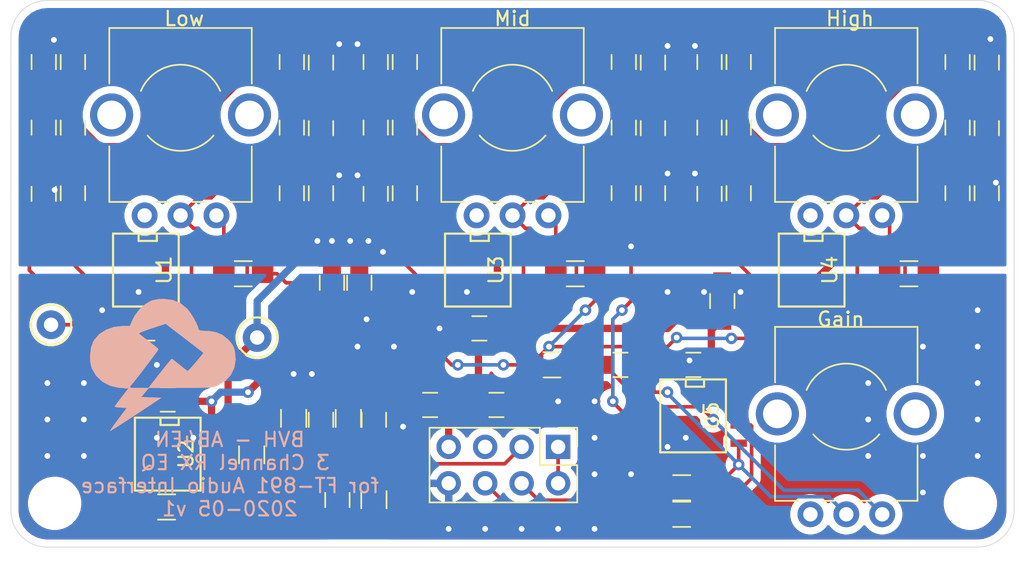
<source format=kicad_pcb>
(kicad_pcb (version 20171130) (host pcbnew 5.1.5-52549c5~86~ubuntu18.04.1)
  (layers (0 F.Cu signal) (31 B.Cu signal) (34 B.Paste user) (35 F.Paste user) (36 B.SilkS user) (37 F.SilkS user) (38 B.Mask user) (39 F.Mask user) (44 Edge.Cuts user))
  (net 0 "")
  (net 1 "Net-(A1-Pad1)")
  (net 2 "Net-(A1-Pad2)")
  (net 3 "Net-(A2-Pad1)")
  (net 4 GNDA)
  (net 5 "Net-(A3-Pad1)")
  (net 6 "/Low EQ/AudioFilter/Audio_Out")
  (net 7 "Net-(A4-Pad2)")
  (net 8 "Net-(A5-Pad1)")
  (net 9 "Net-(A6-Pad1)")
  (net 10 "Net-(A7-Pad1)")
  (net 11 "Net-(A7-Pad2)")
  (net 12 "Net-(A8-Pad1)")
  (net 13 "Net-(A9-Pad1)")
  (net 14 "/Mid EQ/AudioFilter/Audio_Out")
  (net 15 "Net-(A10-Pad2)")
  (net 16 "Net-(A11-Pad1)")
  (net 17 "Net-(A12-Pad1)")
  (net 18 "Net-(A13-Pad1)")
  (net 19 "Net-(A13-Pad2)")
  (net 20 "Net-(A14-Pad1)")
  (net 21 "Net-(A15-Pad1)")
  (net 22 "/High EQ/AudioFilter/Audio_Out")
  (net 23 "Net-(A16-Pad2)")
  (net 24 "Net-(A17-Pad1)")
  (net 25 "Net-(A18-Pad1)")
  (net 26 +5V)
  (net 27 GND)
  (net 28 "Net-(C4-Pad1)")
  (net 29 "Net-(C4-Pad2)")
  (net 30 "Net-(C5-Pad2)")
  (net 31 /Mixer/Audio_Out_L)
  (net 32 "Net-(C13-Pad2)")
  (net 33 Audio_In_L)
  (net 34 "Net-(FB2-Pad1)")
  (net 35 Mic_In)
  (net 36 Audio_Out_L)
  (net 37 Audio_Out_R)
  (net 38 "/High EQ/Audio_In")
  (net 39 /Mixer/Audio_Out_R)
  (net 40 /Mixer/Audio_In)
  (net 41 "Net-(R3-Pad2)")
  (net 42 "Net-(R7-Pad2)")
  (net 43 "Net-(R8-Pad2)")
  (module BVH_Logos:SkyIron_logo_Back (layer F.Cu) (at 111.506 144.78)
    (fp_text reference G*** hide)
    (fp_text value LOGO hide)
  )
  (module Mounting_Holes:MountingHole_2.7mm_M2.5 (layer F.Cu) (at 168.402 154.432)
    (fp_text reference REF** hide)
    (fp_text value MountingHole_2.7mm_M2.5 hide)
    (pad 1 np_thru_hole circle (at 0 0) (size 2.7 2.7) (drill 2.7) (layers *.Cu *.Mask))
  )
  (module Mounting_Holes:MountingHole_2.7mm_M2.5 (layer F.Cu) (at 104.648 154.432)
    (fp_text reference REF** hide)
    (fp_text value MountingHole_2.7mm_M2.5 hide)
    (pad 1 np_thru_hole circle (at 0 0) (size 2.7 2.7) (drill 2.7) (layers *.Cu *.Mask))
  )
  (module Measurement_Points:Test_Point_Keystone_5000-5004_Miniature (layer F.Cu) (at 118.745 142.875)
    (fp_text reference TP5)
    (fp_text value TestPoint)
    (pad 1 thru_hole circle (at 0 0) (size 2 2) (drill 1) (layers *.Cu *.Mask) (net 4 GNDA))
  )
  (module Measurement_Points:Test_Point_Keystone_5000-5004_Miniature (layer F.Cu) (at 104.394 141.986)
    (fp_text reference TP4)
    (fp_text value TestPoint)
    (pad 1 thru_hole circle (at 0 0) (size 2 2) (drill 1) (layers *.Cu *.Mask) (net 38 "/High EQ/Audio_In"))
  )
  (module SMD_Packages:SOIC-8-N (layer F.Cu) (at 149.098 148.336 270)
    (fp_text reference U5 (at 0 -1.27 90) (layer F.SilkS))
    (fp_text value OPA1678)
    (pad 8 smd rect (at -1.905 -3.175 270) (size 0.508 1.143) (layers F.Cu F.Paste F.Mask) (net 26 +5V))
    (pad 7 smd rect (at -0.635 -3.175 270) (size 0.508 1.143) (layers F.Cu F.Paste F.Mask) (net 39 /Mixer/Audio_Out_R))
    (pad 6 smd rect (at 0.635 -3.175 270) (size 0.508 1.143) (layers F.Cu F.Paste F.Mask) (net 39 /Mixer/Audio_Out_R))
    (pad 5 smd rect (at 1.905 -3.175 270) (size 0.508 1.143) (layers F.Cu F.Paste F.Mask) (net 31 /Mixer/Audio_Out_L))
    (pad 4 smd rect (at 1.905 3.175 270) (size 0.508 1.143) (layers F.Cu F.Paste F.Mask) (net 27 GND))
    (pad 3 smd rect (at 0.635 3.175 270) (size 0.508 1.143) (layers F.Cu F.Paste F.Mask) (net 4 GNDA))
    (pad 2 smd rect (at -0.635 3.175 270) (size 0.508 1.143) (layers F.Cu F.Paste F.Mask) (net 32 "Net-(C13-Pad2)"))
    (pad 1 smd rect (at -1.905 3.175 270) (size 0.508 1.143) (layers F.Cu F.Paste F.Mask) (net 31 /Mixer/Audio_Out_L))
  )
  (module SMD_Packages:SOIC-8-N (layer F.Cu) (at 157.353 138.176 270)
    (fp_text reference U4 (at 0 -1.27 90) (layer F.SilkS))
    (fp_text value OPA1678)
    (pad 8 smd rect (at -1.905 -3.175 270) (size 0.508 1.143) (layers F.Cu F.Paste F.Mask) (net 26 +5V))
    (pad 7 smd rect (at -0.635 -3.175 270) (size 0.508 1.143) (layers F.Cu F.Paste F.Mask) (net 22 "/High EQ/AudioFilter/Audio_Out"))
    (pad 6 smd rect (at 0.635 -3.175 270) (size 0.508 1.143) (layers F.Cu F.Paste F.Mask) (net 22 "/High EQ/AudioFilter/Audio_Out"))
    (pad 5 smd rect (at 1.905 -3.175 270) (size 0.508 1.143) (layers F.Cu F.Paste F.Mask) (net 25 "Net-(A18-Pad1)"))
    (pad 4 smd rect (at 1.905 3.175 270) (size 0.508 1.143) (layers F.Cu F.Paste F.Mask) (net 27 GND))
    (pad 3 smd rect (at 0.635 3.175 270) (size 0.508 1.143) (layers F.Cu F.Paste F.Mask) (net 21 "Net-(A15-Pad1)"))
    (pad 2 smd rect (at -0.635 3.175 270) (size 0.508 1.143) (layers F.Cu F.Paste F.Mask) (net 18 "Net-(A13-Pad1)"))
    (pad 1 smd rect (at -1.905 3.175 270) (size 0.508 1.143) (layers F.Cu F.Paste F.Mask) (net 18 "Net-(A13-Pad1)"))
  )
  (module SMD_Packages:SOIC-8-N (layer F.Cu) (at 134.112 138.176 270)
    (fp_text reference U3 (at 0 -1.27 90) (layer F.SilkS))
    (fp_text value OPA1678)
    (pad 8 smd rect (at -1.905 -3.175 270) (size 0.508 1.143) (layers F.Cu F.Paste F.Mask) (net 26 +5V))
    (pad 7 smd rect (at -0.635 -3.175 270) (size 0.508 1.143) (layers F.Cu F.Paste F.Mask) (net 14 "/Mid EQ/AudioFilter/Audio_Out"))
    (pad 6 smd rect (at 0.635 -3.175 270) (size 0.508 1.143) (layers F.Cu F.Paste F.Mask) (net 14 "/Mid EQ/AudioFilter/Audio_Out"))
    (pad 5 smd rect (at 1.905 -3.175 270) (size 0.508 1.143) (layers F.Cu F.Paste F.Mask) (net 17 "Net-(A12-Pad1)"))
    (pad 4 smd rect (at 1.905 3.175 270) (size 0.508 1.143) (layers F.Cu F.Paste F.Mask) (net 27 GND))
    (pad 3 smd rect (at 0.635 3.175 270) (size 0.508 1.143) (layers F.Cu F.Paste F.Mask) (net 13 "Net-(A9-Pad1)"))
    (pad 2 smd rect (at -0.635 3.175 270) (size 0.508 1.143) (layers F.Cu F.Paste F.Mask) (net 10 "Net-(A7-Pad1)"))
    (pad 1 smd rect (at -1.905 3.175 270) (size 0.508 1.143) (layers F.Cu F.Paste F.Mask) (net 10 "Net-(A7-Pad1)"))
  )
  (module SMD_Packages:SOIC-8-N (layer F.Cu) (at 112.522 151.003 270)
    (fp_text reference U2 (at 0 -1.27 90) (layer F.SilkS))
    (fp_text value OPA1678)
    (pad 8 smd rect (at -1.905 -3.175 270) (size 0.508 1.143) (layers F.Cu F.Paste F.Mask) (net 26 +5V))
    (pad 7 smd rect (at -0.635 -3.175 270) (size 0.508 1.143) (layers F.Cu F.Paste F.Mask) (net 4 GNDA))
    (pad 6 smd rect (at 0.635 -3.175 270) (size 0.508 1.143) (layers F.Cu F.Paste F.Mask) (net 4 GNDA))
    (pad 5 smd rect (at 1.905 -3.175 270) (size 0.508 1.143) (layers F.Cu F.Paste F.Mask) (net 34 "Net-(FB2-Pad1)"))
    (pad 4 smd rect (at 1.905 3.175 270) (size 0.508 1.143) (layers F.Cu F.Paste F.Mask) (net 27 GND))
    (pad 3 smd rect (at 0.635 3.175 270) (size 0.508 1.143) (layers F.Cu F.Paste F.Mask) (net 28 "Net-(C4-Pad1)"))
    (pad 2 smd rect (at -0.635 3.175 270) (size 0.508 1.143) (layers F.Cu F.Paste F.Mask) (net 38 "/High EQ/Audio_In"))
    (pad 1 smd rect (at -1.905 3.175 270) (size 0.508 1.143) (layers F.Cu F.Paste F.Mask) (net 38 "/High EQ/Audio_In"))
  )
  (module SMD_Packages:SOIC-8-N (layer F.Cu) (at 110.998 138.176 270)
    (fp_text reference U1 (at 0 -1.27 90) (layer F.SilkS))
    (fp_text value OPA1678)
    (pad 8 smd rect (at -1.905 -3.175 270) (size 0.508 1.143) (layers F.Cu F.Paste F.Mask) (net 26 +5V))
    (pad 7 smd rect (at -0.635 -3.175 270) (size 0.508 1.143) (layers F.Cu F.Paste F.Mask) (net 6 "/Low EQ/AudioFilter/Audio_Out"))
    (pad 6 smd rect (at 0.635 -3.175 270) (size 0.508 1.143) (layers F.Cu F.Paste F.Mask) (net 6 "/Low EQ/AudioFilter/Audio_Out"))
    (pad 5 smd rect (at 1.905 -3.175 270) (size 0.508 1.143) (layers F.Cu F.Paste F.Mask) (net 9 "Net-(A6-Pad1)"))
    (pad 4 smd rect (at 1.905 3.175 270) (size 0.508 1.143) (layers F.Cu F.Paste F.Mask) (net 27 GND))
    (pad 3 smd rect (at 0.635 3.175 270) (size 0.508 1.143) (layers F.Cu F.Paste F.Mask) (net 5 "Net-(A3-Pad1)"))
    (pad 2 smd rect (at -0.635 3.175 270) (size 0.508 1.143) (layers F.Cu F.Paste F.Mask) (net 1 "Net-(A1-Pad1)"))
    (pad 1 smd rect (at -1.905 3.175 270) (size 0.508 1.143) (layers F.Cu F.Paste F.Mask) (net 1 "Net-(A1-Pad1)"))
  )
  (module BVH_Components_Misc:Potentiometer_TT_P090S-Top-Adjust (layer F.Cu) (at 159.766 155.194)
    (fp_text reference RV4)
    (fp_text value 10k)
    (pad 1 thru_hole circle (at -2.5 0 90) (size 1.8 1.8) (drill 1) (layers *.Cu *.Mask))
    (pad 2 thru_hole circle (at 0 0 90) (size 1.8 1.8) (drill 1) (layers *.Cu *.Mask) (net 31 /Mixer/Audio_Out_L))
    (pad 3 thru_hole circle (at 2.5 0 90) (size 1.8 1.8) (drill 1) (layers *.Cu *.Mask) (net 32 "Net-(C13-Pad2)"))
    (pad "" thru_hole circle (at -4.8 -7 90) (size 3 3) (drill 2) (layers *.Cu *.Mask))
    (pad "" thru_hole circle (at 4.8 -7 90) (size 3 3) (drill 2) (layers *.Cu *.Mask))
  )
  (module BVH_Components_Misc:Potentiometer_TT_P090S-Top-Adjust (layer F.Cu) (at 159.766 134.366)
    (fp_text reference RV3)
    (fp_text value 10k)
    (pad 1 thru_hole circle (at -2.5 0 90) (size 1.8 1.8) (drill 1) (layers *.Cu *.Mask))
    (pad 2 thru_hole circle (at 0 0 90) (size 1.8 1.8) (drill 1) (layers *.Cu *.Mask) (net 22 "/High EQ/AudioFilter/Audio_Out"))
    (pad 3 thru_hole circle (at 2.5 0 90) (size 1.8 1.8) (drill 1) (layers *.Cu *.Mask) (net 43 "Net-(R8-Pad2)"))
    (pad "" thru_hole circle (at -4.8 -7 90) (size 3 3) (drill 2) (layers *.Cu *.Mask))
    (pad "" thru_hole circle (at 4.8 -7 90) (size 3 3) (drill 2) (layers *.Cu *.Mask))
  )
  (module BVH_Components_Misc:Potentiometer_TT_P090S-Top-Adjust (layer F.Cu) (at 136.525 134.366)
    (fp_text reference RV2)
    (fp_text value 10k)
    (pad 1 thru_hole circle (at -2.5 0 90) (size 1.8 1.8) (drill 1) (layers *.Cu *.Mask))
    (pad 2 thru_hole circle (at 0 0 90) (size 1.8 1.8) (drill 1) (layers *.Cu *.Mask) (net 14 "/Mid EQ/AudioFilter/Audio_Out"))
    (pad 3 thru_hole circle (at 2.5 0 90) (size 1.8 1.8) (drill 1) (layers *.Cu *.Mask) (net 42 "Net-(R7-Pad2)"))
    (pad "" thru_hole circle (at -4.8 -7 90) (size 3 3) (drill 2) (layers *.Cu *.Mask))
    (pad "" thru_hole circle (at 4.8 -7 90) (size 3 3) (drill 2) (layers *.Cu *.Mask))
  )
  (module BVH_Components_Misc:Potentiometer_TT_P090S-Top-Adjust (layer F.Cu) (at 113.411 134.366)
    (fp_text reference RV1)
    (fp_text value 10k)
    (pad 1 thru_hole circle (at -2.5 0 90) (size 1.8 1.8) (drill 1) (layers *.Cu *.Mask))
    (pad 2 thru_hole circle (at 0 0 90) (size 1.8 1.8) (drill 1) (layers *.Cu *.Mask) (net 6 "/Low EQ/AudioFilter/Audio_Out"))
    (pad 3 thru_hole circle (at 2.5 0 90) (size 1.8 1.8) (drill 1) (layers *.Cu *.Mask) (net 41 "Net-(R3-Pad2)"))
    (pad "" thru_hole circle (at -4.8 -7 90) (size 3 3) (drill 2) (layers *.Cu *.Mask))
    (pad "" thru_hole circle (at 4.8 -7 90) (size 3 3) (drill 2) (layers *.Cu *.Mask))
  )
  (module Resistors_SMD:R_0805_HandSoldering (layer F.Cu) (at 139.272 144.78 180)
    (fp_text reference R9)
    (fp_text value 4.7k)
    (pad 1 smd rect (at -1.35 0 180) (size 1.5 1.3) (layers F.Cu F.Paste F.Mask) (net 32 "Net-(C13-Pad2)"))
    (pad 2 smd rect (at 1.35 0 180) (size 1.5 1.3) (layers F.Cu F.Paste F.Mask) (net 40 /Mixer/Audio_In))
  )
  (module Resistors_SMD:R_0805_HandSoldering (layer F.Cu) (at 164.131 138.43 180)
    (fp_text reference R8)
    (fp_text value 10k)
    (pad 1 smd rect (at -1.35 0 180) (size 1.5 1.3) (layers F.Cu F.Paste F.Mask) (net 40 /Mixer/Audio_In))
    (pad 2 smd rect (at 1.35 0 180) (size 1.5 1.3) (layers F.Cu F.Paste F.Mask) (net 43 "Net-(R8-Pad2)"))
  )
  (module Resistors_SMD:R_0805_HandSoldering (layer F.Cu) (at 140.89 138.43 180)
    (fp_text reference R7)
    (fp_text value 10k)
    (pad 1 smd rect (at -1.35 0 180) (size 1.5 1.3) (layers F.Cu F.Paste F.Mask) (net 40 /Mixer/Audio_In))
    (pad 2 smd rect (at 1.35 0 180) (size 1.5 1.3) (layers F.Cu F.Paste F.Mask) (net 42 "Net-(R7-Pad2)"))
  )
  (module Resistors_SMD:R_0805_HandSoldering (layer F.Cu) (at 121.285 148.51 90)
    (fp_text reference R6)
    (fp_text value 10k)
    (pad 1 smd rect (at -1.35 0 90) (size 1.5 1.3) (layers F.Cu F.Paste F.Mask) (net 30 "Net-(C5-Pad2)"))
    (pad 2 smd rect (at 1.35 0 90) (size 1.5 1.3) (layers F.Cu F.Paste F.Mask) (net 27 GND))
  )
  (module Resistors_SMD:R_0805_HandSoldering (layer F.Cu) (at 125.095 148.51 270)
    (fp_text reference R5)
    (fp_text value 10k)
    (pad 1 smd rect (at -1.35 0 270) (size 1.5 1.3) (layers F.Cu F.Paste F.Mask) (net 26 +5V))
    (pad 2 smd rect (at 1.35 0 270) (size 1.5 1.3) (layers F.Cu F.Paste F.Mask) (net 30 "Net-(C5-Pad2)"))
  )
  (module Resistors_SMD:R_0805_HandSoldering (layer F.Cu) (at 112.442 154.686)
    (fp_text reference R4)
    (fp_text value 10k)
    (pad 1 smd rect (at -1.35 0) (size 1.5 1.3) (layers F.Cu F.Paste F.Mask) (net 28 "Net-(C4-Pad1)"))
    (pad 2 smd rect (at 1.35 0) (size 1.5 1.3) (layers F.Cu F.Paste F.Mask) (net 4 GNDA))
  )
  (module Resistors_SMD:R_0805_HandSoldering (layer F.Cu) (at 117.776 138.43 180)
    (fp_text reference R3)
    (fp_text value 10k)
    (pad 1 smd rect (at -1.35 0 180) (size 1.5 1.3) (layers F.Cu F.Paste F.Mask) (net 40 /Mixer/Audio_In))
    (pad 2 smd rect (at 1.35 0 180) (size 1.5 1.3) (layers F.Cu F.Paste F.Mask) (net 41 "Net-(R3-Pad2)"))
  )
  (module Resistors_SMD:R_0805_HandSoldering (layer F.Cu) (at 148.304 155.194)
    (fp_text reference R2)
    (fp_text value 1)
    (pad 1 smd rect (at -1.35 0) (size 1.5 1.3) (layers F.Cu F.Paste F.Mask) (net 37 Audio_Out_R))
    (pad 2 smd rect (at 1.35 0) (size 1.5 1.3) (layers F.Cu F.Paste F.Mask) (net 39 /Mixer/Audio_Out_R))
  )
  (module Resistors_SMD:R_0805_HandSoldering (layer F.Cu) (at 148.304 153.346)
    (fp_text reference R1)
    (fp_text value 1)
    (pad 1 smd rect (at -1.35 0) (size 1.5 1.3) (layers F.Cu F.Paste F.Mask) (net 36 Audio_Out_L))
    (pad 2 smd rect (at 1.35 0) (size 1.5 1.3) (layers F.Cu F.Paste F.Mask) (net 31 /Mixer/Audio_Out_L))
  )
  (module Capacitors_SMD:C_0805_HandSoldering (layer F.Cu) (at 167.513 132.822 90)
    (fp_text reference P18)
    (fp_text value R)
    (pad 1 smd rect (at -1.25 0 90) (size 1.5 1.25) (layers F.Cu F.Paste F.Mask) (net 25 "Net-(A18-Pad1)"))
    (pad 2 smd rect (at 1.25 0 90) (size 1.5 1.25) (layers F.Cu F.Paste F.Mask) (net 23 "Net-(A16-Pad2)"))
  )
  (module Capacitors_SMD:C_0805_HandSoldering (layer F.Cu) (at 167.513 128.25 90)
    (fp_text reference P17)
    (fp_text value R)
    (pad 1 smd rect (at -1.25 0 90) (size 1.5 1.25) (layers F.Cu F.Paste F.Mask) (net 23 "Net-(A16-Pad2)"))
    (pad 2 smd rect (at 1.25 0 90) (size 1.5 1.25) (layers F.Cu F.Paste F.Mask) (net 24 "Net-(A17-Pad1)"))
  )
  (module Capacitors_SMD:C_0805_HandSoldering (layer F.Cu) (at 167.513 123.678 90)
    (fp_text reference P16)
    (fp_text value R)
    (pad 1 smd rect (at -1.25 0 90) (size 1.5 1.25) (layers F.Cu F.Paste F.Mask) (net 24 "Net-(A17-Pad1)"))
    (pad 2 smd rect (at 1.25 0 90) (size 1.5 1.25) (layers F.Cu F.Paste F.Mask) (net 18 "Net-(A13-Pad1)"))
  )
  (module Capacitors_SMD:C_0805_HandSoldering (layer F.Cu) (at 152.273 132.822 90)
    (fp_text reference P15)
    (fp_text value R)
    (pad 1 smd rect (at -1.25 0 90) (size 1.5 1.25) (layers F.Cu F.Paste F.Mask) (net 21 "Net-(A15-Pad1)"))
    (pad 2 smd rect (at 1.25 0 90) (size 1.5 1.25) (layers F.Cu F.Paste F.Mask) (net 19 "Net-(A13-Pad2)"))
  )
  (module Capacitors_SMD:C_0805_HandSoldering (layer F.Cu) (at 152.273 128.25 90)
    (fp_text reference P14)
    (fp_text value R)
    (pad 1 smd rect (at -1.25 0 90) (size 1.5 1.25) (layers F.Cu F.Paste F.Mask) (net 19 "Net-(A13-Pad2)"))
    (pad 2 smd rect (at 1.25 0 90) (size 1.5 1.25) (layers F.Cu F.Paste F.Mask) (net 20 "Net-(A14-Pad1)"))
  )
  (module Capacitors_SMD:C_0805_HandSoldering (layer F.Cu) (at 152.273 123.678 90)
    (fp_text reference P13)
    (fp_text value R)
    (pad 1 smd rect (at -1.25 0 90) (size 1.5 1.25) (layers F.Cu F.Paste F.Mask) (net 20 "Net-(A14-Pad1)"))
    (pad 2 smd rect (at 1.25 0 90) (size 1.5 1.25) (layers F.Cu F.Paste F.Mask) (net 38 "/High EQ/Audio_In"))
  )
  (module Capacitors_SMD:C_0805_HandSoldering (layer F.Cu) (at 144.272 132.822 90)
    (fp_text reference P12)
    (fp_text value R)
    (pad 1 smd rect (at -1.25 0 90) (size 1.5 1.25) (layers F.Cu F.Paste F.Mask) (net 17 "Net-(A12-Pad1)"))
    (pad 2 smd rect (at 1.25 0 90) (size 1.5 1.25) (layers F.Cu F.Paste F.Mask) (net 15 "Net-(A10-Pad2)"))
  )
  (module Capacitors_SMD:C_0805_HandSoldering (layer F.Cu) (at 144.272 128.25 90)
    (fp_text reference P11)
    (fp_text value R)
    (pad 1 smd rect (at -1.25 0 90) (size 1.5 1.25) (layers F.Cu F.Paste F.Mask) (net 15 "Net-(A10-Pad2)"))
    (pad 2 smd rect (at 1.25 0 90) (size 1.5 1.25) (layers F.Cu F.Paste F.Mask) (net 16 "Net-(A11-Pad1)"))
  )
  (module Capacitors_SMD:C_0805_HandSoldering (layer F.Cu) (at 144.272 123.678 90)
    (fp_text reference P10)
    (fp_text value R)
    (pad 1 smd rect (at -1.25 0 90) (size 1.5 1.25) (layers F.Cu F.Paste F.Mask) (net 16 "Net-(A11-Pad1)"))
    (pad 2 smd rect (at 1.25 0 90) (size 1.5 1.25) (layers F.Cu F.Paste F.Mask) (net 10 "Net-(A7-Pad1)"))
  )
  (module Capacitors_SMD:C_0805_HandSoldering (layer F.Cu) (at 129.032 132.822 90)
    (fp_text reference P9)
    (fp_text value R)
    (pad 1 smd rect (at -1.25 0 90) (size 1.5 1.25) (layers F.Cu F.Paste F.Mask) (net 13 "Net-(A9-Pad1)"))
    (pad 2 smd rect (at 1.25 0 90) (size 1.5 1.25) (layers F.Cu F.Paste F.Mask) (net 11 "Net-(A7-Pad2)"))
  )
  (module Capacitors_SMD:C_0805_HandSoldering (layer F.Cu) (at 129.032 128.25 90)
    (fp_text reference P8)
    (fp_text value R)
    (pad 1 smd rect (at -1.25 0 90) (size 1.5 1.25) (layers F.Cu F.Paste F.Mask) (net 11 "Net-(A7-Pad2)"))
    (pad 2 smd rect (at 1.25 0 90) (size 1.5 1.25) (layers F.Cu F.Paste F.Mask) (net 12 "Net-(A8-Pad1)"))
  )
  (module Capacitors_SMD:C_0805_HandSoldering (layer F.Cu) (at 129.032 123.678 90)
    (fp_text reference P7)
    (fp_text value R)
    (pad 1 smd rect (at -1.25 0 90) (size 1.5 1.25) (layers F.Cu F.Paste F.Mask) (net 12 "Net-(A8-Pad1)"))
    (pad 2 smd rect (at 1.25 0 90) (size 1.5 1.25) (layers F.Cu F.Paste F.Mask) (net 38 "/High EQ/Audio_In"))
  )
  (module Capacitors_SMD:C_0805_HandSoldering (layer F.Cu) (at 121.158 132.822 90)
    (fp_text reference P6)
    (fp_text value R)
    (pad 1 smd rect (at -1.25 0 90) (size 1.5 1.25) (layers F.Cu F.Paste F.Mask) (net 9 "Net-(A6-Pad1)"))
    (pad 2 smd rect (at 1.25 0 90) (size 1.5 1.25) (layers F.Cu F.Paste F.Mask) (net 7 "Net-(A4-Pad2)"))
  )
  (module Capacitors_SMD:C_0805_HandSoldering (layer F.Cu) (at 121.158 128.25 90)
    (fp_text reference P5)
    (fp_text value R)
    (pad 1 smd rect (at -1.25 0 90) (size 1.5 1.25) (layers F.Cu F.Paste F.Mask) (net 7 "Net-(A4-Pad2)"))
    (pad 2 smd rect (at 1.25 0 90) (size 1.5 1.25) (layers F.Cu F.Paste F.Mask) (net 8 "Net-(A5-Pad1)"))
  )
  (module Capacitors_SMD:C_0805_HandSoldering (layer F.Cu) (at 121.158 123.678 90)
    (fp_text reference P4)
    (fp_text value R)
    (pad 1 smd rect (at -1.25 0 90) (size 1.5 1.25) (layers F.Cu F.Paste F.Mask) (net 8 "Net-(A5-Pad1)"))
    (pad 2 smd rect (at 1.25 0 90) (size 1.5 1.25) (layers F.Cu F.Paste F.Mask) (net 1 "Net-(A1-Pad1)"))
  )
  (module Capacitors_SMD:C_0805_HandSoldering (layer F.Cu) (at 105.918 132.822 90)
    (fp_text reference P3)
    (fp_text value R)
    (pad 1 smd rect (at -1.25 0 90) (size 1.5 1.25) (layers F.Cu F.Paste F.Mask) (net 5 "Net-(A3-Pad1)"))
    (pad 2 smd rect (at 1.25 0 90) (size 1.5 1.25) (layers F.Cu F.Paste F.Mask) (net 2 "Net-(A1-Pad2)"))
  )
  (module Capacitors_SMD:C_0805_HandSoldering (layer F.Cu) (at 105.918 128.25 90)
    (fp_text reference P2)
    (fp_text value R)
    (pad 1 smd rect (at -1.25 0 90) (size 1.5 1.25) (layers F.Cu F.Paste F.Mask) (net 2 "Net-(A1-Pad2)"))
    (pad 2 smd rect (at 1.25 0 90) (size 1.5 1.25) (layers F.Cu F.Paste F.Mask) (net 3 "Net-(A2-Pad1)"))
  )
  (module Capacitors_SMD:C_0805_HandSoldering (layer F.Cu) (at 105.918 123.678 90)
    (fp_text reference P1)
    (fp_text value R)
    (pad 1 smd rect (at -1.25 0 90) (size 1.5 1.25) (layers F.Cu F.Paste F.Mask) (net 3 "Net-(A2-Pad1)"))
    (pad 2 smd rect (at 1.25 0 90) (size 1.5 1.25) (layers F.Cu F.Paste F.Mask) (net 38 "/High EQ/Audio_In"))
  )
  (module Pin_Headers:Pin_Header_Straight_2x04_Pitch2.54mm (layer F.Cu) (at 139.7 150.495 270)
    (fp_text reference J1)
    (fp_text value Conn_02x04_Odd_Even)
    (pad 1 thru_hole rect (at 0 0 270) (size 1.7 1.7) (drill 1) (layers *.Cu *.Mask) (net 35 Mic_In))
    (pad 2 thru_hole oval (at 2.54 0 270) (size 1.7 1.7) (drill 1) (layers *.Cu *.Mask) (net 35 Mic_In))
    (pad 3 thru_hole oval (at 0 2.54 270) (size 1.7 1.7) (drill 1) (layers *.Cu *.Mask) (net 33 Audio_In_L))
    (pad 4 thru_hole oval (at 2.54 2.54 270) (size 1.7 1.7) (drill 1) (layers *.Cu *.Mask) (net 36 Audio_Out_L))
    (pad 5 thru_hole oval (at 0 5.08 270) (size 1.7 1.7) (drill 1) (layers *.Cu *.Mask))
    (pad 6 thru_hole oval (at 2.54 5.08 270) (size 1.7 1.7) (drill 1) (layers *.Cu *.Mask) (net 37 Audio_Out_R))
    (pad 7 thru_hole oval (at 0 7.62 270) (size 1.7 1.7) (drill 1) (layers *.Cu *.Mask) (net 26 +5V))
    (pad 8 thru_hole oval (at 2.54 7.62 270) (size 1.7 1.7) (drill 1) (layers *.Cu *.Mask) (net 27 GND))
  )
  (module Inductors_SMD:L_0805_HandSoldering (layer F.Cu) (at 118.364 151.05 90)
    (fp_text reference FB2)
    (fp_text value Ferrite_Bead)
    (pad 1 smd rect (at -1.35 0 90) (size 1.5 1.3) (layers F.Cu F.Paste F.Mask) (net 34 "Net-(FB2-Pad1)"))
    (pad 2 smd rect (at 1.35 0 90) (size 1.5 1.3) (layers F.Cu F.Paste F.Mask) (net 30 "Net-(C5-Pad2)"))
  )
  (module Inductors_SMD:L_0805_HandSoldering (layer F.Cu) (at 126.873 154.178 90)
    (fp_text reference FB1)
    (fp_text value Ferrite_Bead)
    (pad 1 smd rect (at -1.35 0 90) (size 1.5 1.3) (layers F.Cu F.Paste F.Mask) (net 29 "Net-(C4-Pad2)"))
    (pad 2 smd rect (at 1.35 0 90) (size 1.5 1.3) (layers F.Cu F.Paste F.Mask) (net 33 Audio_In_L))
  )
  (module Capacitors_SMD:C_0805_HandSoldering (layer F.Cu) (at 144.038 144.78 180)
    (fp_text reference C13)
    (fp_text value 1nF)
    (pad 1 smd rect (at -1.25 0 180) (size 1.5 1.25) (layers F.Cu F.Paste F.Mask) (net 31 /Mixer/Audio_Out_L))
    (pad 2 smd rect (at 1.25 0 180) (size 1.5 1.25) (layers F.Cu F.Paste F.Mask) (net 32 "Net-(C13-Pad2)"))
  )
  (module Capacitors_SMD:C_0805_HandSoldering (layer F.Cu) (at 149.118 144.78 180)
    (fp_text reference C12)
    (fp_text value 0.1uF)
    (pad 1 smd rect (at -1.25 0 180) (size 1.5 1.25) (layers F.Cu F.Paste F.Mask) (net 26 +5V))
    (pad 2 smd rect (at 1.25 0 180) (size 1.5 1.25) (layers F.Cu F.Paste F.Mask) (net 27 GND))
  )
  (module Capacitors_SMD:C_0805_HandSoldering (layer F.Cu) (at 151.13 140.335 90)
    (fp_text reference C11)
    (fp_text value 0.1uF)
    (pad 1 smd rect (at -1.25 0 90) (size 1.5 1.25) (layers F.Cu F.Paste F.Mask) (net 26 +5V))
    (pad 2 smd rect (at 1.25 0 90) (size 1.5 1.25) (layers F.Cu F.Paste F.Mask) (net 27 GND))
  )
  (module Capacitors_SMD:C_0805_HandSoldering (layer F.Cu) (at 134.219 142.24 180)
    (fp_text reference C10)
    (fp_text value 0.1uF)
    (pad 1 smd rect (at -1.25 0 180) (size 1.5 1.25) (layers F.Cu F.Paste F.Mask) (net 26 +5V))
    (pad 2 smd rect (at 1.25 0 180) (size 1.5 1.25) (layers F.Cu F.Paste F.Mask) (net 27 GND))
  )
  (module Capacitors_SMD:C_0805_HandSoldering (layer F.Cu) (at 112.522 147.193 180)
    (fp_text reference C9)
    (fp_text value 0.1uF)
    (pad 1 smd rect (at -1.25 0 180) (size 1.5 1.25) (layers F.Cu F.Paste F.Mask) (net 26 +5V))
    (pad 2 smd rect (at 1.25 0 180) (size 1.5 1.25) (layers F.Cu F.Paste F.Mask) (net 27 GND))
  )
  (module Capacitors_SMD:C_0805_HandSoldering (layer F.Cu) (at 125.857 139.065 270)
    (fp_text reference C8)
    (fp_text value 10uF)
    (pad 1 smd rect (at -1.25 0 270) (size 1.5 1.25) (layers F.Cu F.Paste F.Mask) (net 4 GNDA))
    (pad 2 smd rect (at 1.25 0 270) (size 1.5 1.25) (layers F.Cu F.Paste F.Mask) (net 27 GND))
  )
  (module Capacitors_SMD:C_0805_HandSoldering (layer F.Cu) (at 123.19 148.61 90)
    (fp_text reference C7)
    (fp_text value 1uF)
    (pad 1 smd rect (at -1.25 0 90) (size 1.5 1.25) (layers F.Cu F.Paste F.Mask) (net 30 "Net-(C5-Pad2)"))
    (pad 2 smd rect (at 1.25 0 90) (size 1.5 1.25) (layers F.Cu F.Paste F.Mask) (net 27 GND))
  )
  (module Capacitors_SMD:C_0805_HandSoldering (layer F.Cu) (at 123.952 139.065 90)
    (fp_text reference C6)
    (fp_text value 10uF)
    (pad 1 smd rect (at -1.25 0 90) (size 1.5 1.25) (layers F.Cu F.Paste F.Mask) (net 26 +5V))
    (pad 2 smd rect (at 1.25 0 90) (size 1.5 1.25) (layers F.Cu F.Paste F.Mask) (net 4 GNDA))
  )
  (module Capacitors_SMD:C_0805_HandSoldering (layer F.Cu) (at 126.873 148.61 270)
    (fp_text reference C5)
    (fp_text value 1uF)
    (pad 1 smd rect (at -1.25 0 270) (size 1.5 1.25) (layers F.Cu F.Paste F.Mask) (net 26 +5V))
    (pad 2 smd rect (at 1.25 0 270) (size 1.5 1.25) (layers F.Cu F.Paste F.Mask) (net 30 "Net-(C5-Pad2)"))
  )
  (module Capacitors_SMD:C_0805_HandSoldering (layer F.Cu) (at 124.333 154.198 270)
    (fp_text reference C4)
    (fp_text value 0.1uF)
    (pad 1 smd rect (at -1.25 0 270) (size 1.5 1.25) (layers F.Cu F.Paste F.Mask) (net 28 "Net-(C4-Pad1)"))
    (pad 2 smd rect (at 1.25 0 270) (size 1.5 1.25) (layers F.Cu F.Paste F.Mask) (net 29 "Net-(C4-Pad2)"))
  )
  (module Capacitors_SMD:C_0805_HandSoldering (layer F.Cu) (at 111.105 142.24 180)
    (fp_text reference C3)
    (fp_text value 0.1uF)
    (pad 1 smd rect (at -1.25 0 180) (size 1.5 1.25) (layers F.Cu F.Paste F.Mask) (net 26 +5V))
    (pad 2 smd rect (at 1.25 0 180) (size 1.5 1.25) (layers F.Cu F.Paste F.Mask) (net 27 GND))
  )
  (module Capacitors_SMD:C_0805_HandSoldering (layer F.Cu) (at 130.79 147.574 180)
    (fp_text reference C2)
    (fp_text value 1uF)
    (pad 1 smd rect (at -1.25 0 180) (size 1.5 1.25) (layers F.Cu F.Paste F.Mask) (net 26 +5V))
    (pad 2 smd rect (at 1.25 0 180) (size 1.5 1.25) (layers F.Cu F.Paste F.Mask) (net 27 GND))
  )
  (module Capacitors_SMD:C_0805_HandSoldering (layer F.Cu) (at 135.402 147.574)
    (fp_text reference C1)
    (fp_text value 10uF)
    (pad 1 smd rect (at -1.25 0) (size 1.5 1.25) (layers F.Cu F.Paste F.Mask) (net 26 +5V))
    (pad 2 smd rect (at 1.25 0) (size 1.5 1.25) (layers F.Cu F.Paste F.Mask) (net 27 GND))
  )
  (module Capacitors_SMD:C_0805_HandSoldering (layer F.Cu) (at 169.545 132.822 90)
    (fp_text reference A18)
    (fp_text value C)
    (pad 1 smd rect (at -1.25 0 90) (size 1.5 1.25) (layers F.Cu F.Paste F.Mask) (net 25 "Net-(A18-Pad1)"))
    (pad 2 smd rect (at 1.25 0 90) (size 1.5 1.25) (layers F.Cu F.Paste F.Mask) (net 4 GNDA))
  )
  (module Capacitors_SMD:C_0805_HandSoldering (layer F.Cu) (at 169.545 123.718 90)
    (fp_text reference A17)
    (fp_text value C)
    (pad 1 smd rect (at -1.25 0 90) (size 1.5 1.25) (layers F.Cu F.Paste F.Mask) (net 24 "Net-(A17-Pad1)"))
    (pad 2 smd rect (at 1.25 0 90) (size 1.5 1.25) (layers F.Cu F.Paste F.Mask) (net 4 GNDA))
  )
  (module Capacitors_SMD:C_0805_HandSoldering (layer F.Cu) (at 169.545 128.29 270)
    (fp_text reference A16)
    (fp_text value C)
    (pad 1 smd rect (at -1.25 0 270) (size 1.5 1.25) (layers F.Cu F.Paste F.Mask) (net 22 "/High EQ/AudioFilter/Audio_Out"))
    (pad 2 smd rect (at 1.25 0 270) (size 1.5 1.25) (layers F.Cu F.Paste F.Mask) (net 23 "Net-(A16-Pad2)"))
  )
  (module Capacitors_SMD:C_0805_HandSoldering (layer F.Cu) (at 150.241 132.862 90)
    (fp_text reference A15)
    (fp_text value C)
    (pad 1 smd rect (at -1.25 0 90) (size 1.5 1.25) (layers F.Cu F.Paste F.Mask) (net 21 "Net-(A15-Pad1)"))
    (pad 2 smd rect (at 1.25 0 90) (size 1.5 1.25) (layers F.Cu F.Paste F.Mask) (net 4 GNDA))
  )
  (module Capacitors_SMD:C_0805_HandSoldering (layer F.Cu) (at 150.241 123.678 90)
    (fp_text reference A14)
    (fp_text value C)
    (pad 1 smd rect (at -1.25 0 90) (size 1.5 1.25) (layers F.Cu F.Paste F.Mask) (net 20 "Net-(A14-Pad1)"))
    (pad 2 smd rect (at 1.25 0 90) (size 1.5 1.25) (layers F.Cu F.Paste F.Mask) (net 4 GNDA))
  )
  (module Capacitors_SMD:C_0805_HandSoldering (layer F.Cu) (at 150.241 128.25 270)
    (fp_text reference A13)
    (fp_text value C)
    (pad 1 smd rect (at -1.25 0 270) (size 1.5 1.25) (layers F.Cu F.Paste F.Mask) (net 18 "Net-(A13-Pad1)"))
    (pad 2 smd rect (at 1.25 0 270) (size 1.5 1.25) (layers F.Cu F.Paste F.Mask) (net 19 "Net-(A13-Pad2)"))
  )
  (module Capacitors_SMD:C_0805_HandSoldering (layer F.Cu) (at 146.304 132.822 90)
    (fp_text reference A12)
    (fp_text value C)
    (pad 1 smd rect (at -1.25 0 90) (size 1.5 1.25) (layers F.Cu F.Paste F.Mask) (net 17 "Net-(A12-Pad1)"))
    (pad 2 smd rect (at 1.25 0 90) (size 1.5 1.25) (layers F.Cu F.Paste F.Mask) (net 4 GNDA))
  )
  (module Capacitors_SMD:C_0805_HandSoldering (layer F.Cu) (at 146.304 123.718 90)
    (fp_text reference A11)
    (fp_text value C)
    (pad 1 smd rect (at -1.25 0 90) (size 1.5 1.25) (layers F.Cu F.Paste F.Mask) (net 16 "Net-(A11-Pad1)"))
    (pad 2 smd rect (at 1.25 0 90) (size 1.5 1.25) (layers F.Cu F.Paste F.Mask) (net 4 GNDA))
  )
  (module Capacitors_SMD:C_0805_HandSoldering (layer F.Cu) (at 146.304 128.29 270)
    (fp_text reference A10)
    (fp_text value C)
    (pad 1 smd rect (at -1.25 0 270) (size 1.5 1.25) (layers F.Cu F.Paste F.Mask) (net 14 "/Mid EQ/AudioFilter/Audio_Out"))
    (pad 2 smd rect (at 1.25 0 270) (size 1.5 1.25) (layers F.Cu F.Paste F.Mask) (net 15 "Net-(A10-Pad2)"))
  )
  (module Capacitors_SMD:C_0805_HandSoldering (layer F.Cu) (at 127 132.862 90)
    (fp_text reference A9)
    (fp_text value C)
    (pad 1 smd rect (at -1.25 0 90) (size 1.5 1.25) (layers F.Cu F.Paste F.Mask) (net 13 "Net-(A9-Pad1)"))
    (pad 2 smd rect (at 1.25 0 90) (size 1.5 1.25) (layers F.Cu F.Paste F.Mask) (net 4 GNDA))
  )
  (module Capacitors_SMD:C_0805_HandSoldering (layer F.Cu) (at 127 123.678 90)
    (fp_text reference A8)
    (fp_text value C)
    (pad 1 smd rect (at -1.25 0 90) (size 1.5 1.25) (layers F.Cu F.Paste F.Mask) (net 12 "Net-(A8-Pad1)"))
    (pad 2 smd rect (at 1.25 0 90) (size 1.5 1.25) (layers F.Cu F.Paste F.Mask) (net 4 GNDA))
  )
  (module Capacitors_SMD:C_0805_HandSoldering (layer F.Cu) (at 127 128.25 270)
    (fp_text reference A7)
    (fp_text value C)
    (pad 1 smd rect (at -1.25 0 270) (size 1.5 1.25) (layers F.Cu F.Paste F.Mask) (net 10 "Net-(A7-Pad1)"))
    (pad 2 smd rect (at 1.25 0 270) (size 1.5 1.25) (layers F.Cu F.Paste F.Mask) (net 11 "Net-(A7-Pad2)"))
  )
  (module Capacitors_SMD:C_0805_HandSoldering (layer F.Cu) (at 123.19 132.822 90)
    (fp_text reference A6)
    (fp_text value C)
    (pad 1 smd rect (at -1.25 0 90) (size 1.5 1.25) (layers F.Cu F.Paste F.Mask) (net 9 "Net-(A6-Pad1)"))
    (pad 2 smd rect (at 1.25 0 90) (size 1.5 1.25) (layers F.Cu F.Paste F.Mask) (net 4 GNDA))
  )
  (module Capacitors_SMD:C_0805_HandSoldering (layer F.Cu) (at 123.19 123.718 90)
    (fp_text reference A5)
    (fp_text value C)
    (pad 1 smd rect (at -1.25 0 90) (size 1.5 1.25) (layers F.Cu F.Paste F.Mask) (net 8 "Net-(A5-Pad1)"))
    (pad 2 smd rect (at 1.25 0 90) (size 1.5 1.25) (layers F.Cu F.Paste F.Mask) (net 4 GNDA))
  )
  (module Capacitors_SMD:C_0805_HandSoldering (layer F.Cu) (at 123.19 128.29 270)
    (fp_text reference A4)
    (fp_text value C)
    (pad 1 smd rect (at -1.25 0 270) (size 1.5 1.25) (layers F.Cu F.Paste F.Mask) (net 6 "/Low EQ/AudioFilter/Audio_Out"))
    (pad 2 smd rect (at 1.25 0 270) (size 1.5 1.25) (layers F.Cu F.Paste F.Mask) (net 7 "Net-(A4-Pad2)"))
  )
  (module Capacitors_SMD:C_0805_HandSoldering (layer F.Cu) (at 103.886 132.862 90)
    (fp_text reference A3)
    (fp_text value C)
    (pad 1 smd rect (at -1.25 0 90) (size 1.5 1.25) (layers F.Cu F.Paste F.Mask) (net 5 "Net-(A3-Pad1)"))
    (pad 2 smd rect (at 1.25 0 90) (size 1.5 1.25) (layers F.Cu F.Paste F.Mask) (net 4 GNDA))
  )
  (module Capacitors_SMD:C_0805_HandSoldering (layer F.Cu) (at 103.886 123.678 90)
    (fp_text reference A2)
    (fp_text value C)
    (pad 1 smd rect (at -1.25 0 90) (size 1.5 1.25) (layers F.Cu F.Paste F.Mask) (net 3 "Net-(A2-Pad1)"))
    (pad 2 smd rect (at 1.25 0 90) (size 1.5 1.25) (layers F.Cu F.Paste F.Mask) (net 4 GNDA))
  )
  (module Capacitors_SMD:C_0805_HandSoldering (layer F.Cu) (at 103.886 128.25 270)
    (fp_text reference A1)
    (fp_text value C)
    (pad 1 smd rect (at -1.25 0 270) (size 1.5 1.25) (layers F.Cu F.Paste F.Mask) (net 1 "Net-(A1-Pad1)"))
    (pad 2 smd rect (at 1.25 0 270) (size 1.5 1.25) (layers F.Cu F.Paste F.Mask) (net 2 "Net-(A1-Pad2)"))
  )
  (gr_text Gain (at 159.385 141.605) (layer F.SilkS) (effects (font (size 1 1))))
  (gr_text High (at 160.02 120.65) (layer F.SilkS) (effects (font (size 1 1))))
  (gr_text Mid (at 136.525 120.65) (layer F.SilkS) (effects (font (size 1 1))))
  (gr_text Low (at 113.665 120.65) (layer F.SilkS) (effects (font (size 1 1))))
  (gr_text "BVH - AB4EN\n3 Channel RX EQ \nfor FT-891 Audio Interface\n2020-05 v1" (at 116.84 152.4) (layer B.SilkS) (effects (font (size 1 1)) (justify mirror)))
  (gr_arc (start 104.14 154.94) (end 101.6 154.94) (angle -90) (layer Edge.Cuts) (width 0.05))
  (gr_arc (start 168.91 154.94) (end 168.91 157.48) (angle -90) (layer Edge.Cuts) (width 0.05))
  (gr_arc (start 168.91 121.92) (end 171.45 121.92) (angle -90) (layer Edge.Cuts) (width 0.05))
  (gr_arc (start 104.14 121.92) (end 104.14 119.38) (angle -90) (layer Edge.Cuts) (width 0.05))
  (gr_line (start 101.6 154.94) (end 101.6 121.92) (layer Edge.Cuts) (width 0.05))
  (gr_line (start 168.91 157.48) (end 104.14 157.48) (layer Edge.Cuts) (width 0.05))
  (gr_line (start 171.45 121.92) (end 171.45 154.94) (layer Edge.Cuts) (width 0.05))
  (gr_line (start 104.14 119.38) (end 168.91 119.38) (layer Edge.Cuts) (width 0.05))
  (via (at 161.29 148.59) (size 0.8) (drill 0.4) (layers F.Cu B.Cu) (net 27))
  (segment (start 107.823 137.541) (end 107.823 136.271) (width 0.25) (layer F.Cu) (net 1))
  (segment (start 106.803001 128.424999) (end 107.823 129.444998) (width 0.25) (layer F.Cu) (net 1))
  (segment (start 107.823 129.444998) (end 107.823 136.271) (width 0.25) (layer F.Cu) (net 1))
  (segment (start 104.310999 128.424999) (end 106.803001 128.424999) (width 0.25) (layer F.Cu) (net 1))
  (segment (start 103.886 128) (end 104.310999 128.424999) (width 0.25) (layer F.Cu) (net 1))
  (segment (start 103.886 127) (end 103.886 128) (width 0.25) (layer F.Cu) (net 1))
  (segment (start 120.283 122.428) (end 121.158 122.428) (width 0.25) (layer F.Cu) (net 1))
  (segment (start 113.266002 129.444998) (end 120.283 122.428) (width 0.25) (layer F.Cu) (net 1))
  (segment (start 107.823 129.444998) (end 113.266002 129.444998) (width 0.25) (layer F.Cu) (net 1))
  (segment (start 103.886 129.5) (end 105.918 129.5) (width 0.25) (layer F.Cu) (net 2))
  (segment (start 105.918 129.5) (end 105.918 131.572) (width 0.25) (layer F.Cu) (net 2))
  (segment (start 103.886 124.928) (end 105.918 124.928) (width 0.25) (layer F.Cu) (net 3))
  (segment (start 105.918 127) (end 105.918 124.928) (width 0.25) (layer F.Cu) (net 3))
  (via (at 124.46 131.572) (size 0.8) (drill 0.4) (layers F.Cu B.Cu) (net 4))
  (segment (start 123.19 131.572) (end 124.46 131.572) (width 0.25) (layer F.Cu) (net 4))
  (via (at 125.73 131.572) (size 0.8) (drill 0.4) (layers F.Cu B.Cu) (net 4))
  (segment (start 127 131.612) (end 125.77 131.612) (width 0.25) (layer F.Cu) (net 4))
  (segment (start 125.77 131.612) (end 125.73 131.572) (width 0.25) (layer F.Cu) (net 4))
  (segment (start 125.857 137.815) (end 123.952 137.815) (width 0.25) (layer F.Cu) (net 4))
  (via (at 127.508 136.906) (size 0.8) (drill 0.4) (layers F.Cu B.Cu) (net 4))
  (segment (start 125.857 137.815) (end 126.599 137.815) (width 0.25) (layer F.Cu) (net 4))
  (segment (start 126.599 137.815) (end 127.508 136.906) (width 0.25) (layer F.Cu) (net 4))
  (segment (start 123.952 137.815) (end 123.083 137.815) (width 0.25) (layer F.Cu) (net 4))
  (segment (start 123.083 137.815) (end 122.174 136.906) (width 0.25) (layer F.Cu) (net 4))
  (via (at 122.936 136.144) (size 0.8) (drill 0.4) (layers F.Cu B.Cu) (net 4))
  (segment (start 122.174 136.906) (end 122.936 136.144) (width 0.762) (layer F.Cu) (net 4))
  (via (at 123.952 136.144) (size 0.8) (drill 0.4) (layers F.Cu B.Cu) (net 4))
  (segment (start 122.936 136.144) (end 123.952 136.144) (width 0.762) (layer F.Cu) (net 4))
  (via (at 125.222 136.144) (size 0.8) (drill 0.4) (layers F.Cu B.Cu) (net 4))
  (segment (start 123.952 136.144) (end 125.222 136.144) (width 0.762) (layer F.Cu) (net 4))
  (via (at 126.492 136.144) (size 0.8) (drill 0.4) (layers F.Cu B.Cu) (net 4))
  (segment (start 125.222 136.144) (end 126.492 136.144) (width 0.762) (layer F.Cu) (net 4))
  (segment (start 127.254 136.906) (end 126.492 136.144) (width 0.762) (layer F.Cu) (net 4))
  (segment (start 127.508 136.906) (end 127.254 136.906) (width 0.762) (layer F.Cu) (net 4))
  (segment (start 104.028245 122.132079) (end 104.59393 122.132079) (width 0.25) (layer F.Cu) (net 4))
  (segment (start 103.886 122.274324) (end 104.028245 122.132079) (width 0.25) (layer F.Cu) (net 4))
  (segment (start 103.886 122.428) (end 103.886 122.274324) (width 0.25) (layer F.Cu) (net 4))
  (via (at 104.59393 122.132079) (size 0.8) (drill 0.4) (layers F.Cu B.Cu) (net 4))
  (segment (start 103.886 131.612) (end 104.01301 131.48499) (width 0.25) (layer F.Cu) (net 4))
  (segment (start 104.01301 131.48499) (end 104.01301 131.250005) (width 0.25) (layer F.Cu) (net 4))
  (segment (start 126.828606 122.256606) (end 126.828606 122.078009) (width 0.25) (layer F.Cu) (net 4))
  (segment (start 127 122.428) (end 126.828606 122.256606) (width 0.25) (layer F.Cu) (net 4))
  (via (at 169.799 122.078009) (size 0.8) (drill 0.4) (layers F.Cu B.Cu) (net 4))
  (segment (start 169.799 122.450695) (end 169.799 122.078009) (width 0.25) (layer F.Cu) (net 4))
  (segment (start 169.545 122.468) (end 169.781695 122.468) (width 0.25) (layer F.Cu) (net 4))
  (segment (start 169.781695 122.468) (end 169.799 122.450695) (width 0.25) (layer F.Cu) (net 4))
  (segment (start 169.545 131.572) (end 169.672 131.572) (width 0.25) (layer F.Cu) (net 4))
  (via (at 170.18 132.08) (size 0.8) (drill 0.4) (layers F.Cu B.Cu) (net 4))
  (segment (start 169.672 131.572) (end 170.18 132.08) (width 0.25) (layer F.Cu) (net 4))
  (segment (start 114.6175 151.638) (end 115.697 151.638) (width 0.508) (layer F.Cu) (net 4))
  (segment (start 113.792 152.4635) (end 114.6175 151.638) (width 0.508) (layer F.Cu) (net 4))
  (segment (start 113.792 154.686) (end 113.792 152.4635) (width 0.508) (layer F.Cu) (net 4))
  (segment (start 115.697 151.638) (end 115.697 150.368) (width 0.508) (layer F.Cu) (net 4))
  (segment (start 117.745001 143.874999) (end 118.745 142.875) (width 0.508) (layer F.Cu) (net 4))
  (segment (start 116.069702 150.368) (end 116.722501 149.715201) (width 0.508) (layer F.Cu) (net 4))
  (segment (start 116.722501 144.897499) (end 117.745001 143.874999) (width 0.508) (layer F.Cu) (net 4))
  (segment (start 116.722501 149.715201) (end 116.722501 144.897499) (width 0.508) (layer F.Cu) (net 4))
  (segment (start 115.697 150.368) (end 116.069702 150.368) (width 0.508) (layer F.Cu) (net 4))
  (segment (start 118.745 140.335) (end 122.936 136.144) (width 0.508) (layer B.Cu) (net 4))
  (segment (start 118.745 142.875) (end 118.745 140.335) (width 0.508) (layer B.Cu) (net 4))
  (via (at 149.225 122.555) (size 0.8) (drill 0.4) (layers F.Cu B.Cu) (net 4))
  (segment (start 150.241 122.428) (end 149.352 122.428) (width 0.508) (layer F.Cu) (net 4))
  (segment (start 149.352 122.428) (end 149.225 122.555) (width 0.508) (layer F.Cu) (net 4))
  (via (at 147.32 122.555) (size 0.8) (drill 0.4) (layers F.Cu B.Cu) (net 4))
  (segment (start 146.304 122.468) (end 147.233 122.468) (width 0.508) (layer F.Cu) (net 4))
  (segment (start 147.233 122.468) (end 147.32 122.555) (width 0.508) (layer F.Cu) (net 4))
  (via (at 147.32 131.445) (size 0.8) (drill 0.4) (layers F.Cu B.Cu) (net 4))
  (segment (start 146.304 131.572) (end 147.193 131.572) (width 0.508) (layer F.Cu) (net 4))
  (segment (start 147.193 131.572) (end 147.32 131.445) (width 0.508) (layer F.Cu) (net 4))
  (via (at 149.225 131.445) (size 0.8) (drill 0.4) (layers F.Cu B.Cu) (net 4))
  (segment (start 150.241 131.612) (end 149.392 131.612) (width 0.508) (layer F.Cu) (net 4))
  (segment (start 149.392 131.612) (end 149.225 131.445) (width 0.508) (layer F.Cu) (net 4))
  (segment (start 145.0975 148.971) (end 143.51 147.3835) (width 0.254) (layer F.Cu) (net 4))
  (segment (start 144.145 140.97) (end 144.78 140.335) (width 0.254) (layer F.Cu) (net 4))
  (segment (start 143.51 147.32) (end 143.51 141.605) (width 0.254) (layer B.Cu) (net 4))
  (segment (start 145.923 148.971) (end 145.0975 148.971) (width 0.254) (layer F.Cu) (net 4))
  (segment (start 143.51 147.3835) (end 143.51 147.32) (width 0.254) (layer F.Cu) (net 4))
  (segment (start 144.78 140.335) (end 144.78 136.525) (width 0.254) (layer F.Cu) (net 4))
  (via (at 144.78 136.525) (size 0.8) (drill 0.4) (layers F.Cu B.Cu) (net 4))
  (segment (start 143.51 141.605) (end 144.145 140.97) (width 0.254) (layer B.Cu) (net 4))
  (via (at 143.51 147.32) (size 0.8) (drill 0.4) (layers F.Cu B.Cu) (net 4))
  (via (at 144.145 140.97) (size 0.8) (drill 0.4) (layers F.Cu B.Cu) (net 4))
  (via (at 124.46 122.428) (size 0.8) (drill 0.4) (layers F.Cu B.Cu) (net 4))
  (segment (start 123.19 122.468) (end 124.42 122.468) (width 0.25) (layer F.Cu) (net 4))
  (segment (start 124.42 122.468) (end 124.46 122.428) (width 0.25) (layer F.Cu) (net 4))
  (segment (start 127 122.428) (end 125.73 122.428) (width 0.25) (layer F.Cu) (net 4))
  (via (at 125.73 122.428) (size 0.8) (drill 0.4) (layers F.Cu B.Cu) (net 4))
  (via (at 104.648 132.588) (size 0.8) (drill 0.4) (layers F.Cu B.Cu) (net 4))
  (segment (start 103.886 131.612) (end 103.886 131.826) (width 0.254) (layer F.Cu) (net 4))
  (segment (start 103.886 131.826) (end 104.648 132.588) (width 0.254) (layer F.Cu) (net 4))
  (segment (start 105.878 134.112) (end 105.918 134.072) (width 0.25) (layer F.Cu) (net 5))
  (segment (start 103.886 134.112) (end 105.878 134.112) (width 0.25) (layer F.Cu) (net 5))
  (segment (start 107.0015 138.811) (end 107.823 138.811) (width 0.25) (layer F.Cu) (net 5))
  (segment (start 105.918 137.7275) (end 107.0015 138.811) (width 0.25) (layer F.Cu) (net 5))
  (segment (start 105.918 134.072) (end 105.918 137.7275) (width 0.25) (layer F.Cu) (net 5))
  (segment (start 114.173 138.811) (end 114.173 137.541) (width 0.25) (layer F.Cu) (net 6))
  (segment (start 120.272999 128.424999) (end 122.805001 128.424999) (width 0.25) (layer F.Cu) (net 6))
  (segment (start 123.19 128.04) (end 123.19 127.04) (width 0.25) (layer F.Cu) (net 6))
  (segment (start 122.805001 128.424999) (end 123.19 128.04) (width 0.25) (layer F.Cu) (net 6))
  (segment (start 115.556999 133.140999) (end 120.272999 128.424999) (width 0.25) (layer F.Cu) (net 6))
  (segment (start 114.636001 133.140999) (end 115.556999 133.140999) (width 0.25) (layer F.Cu) (net 6))
  (segment (start 113.411 134.366) (end 114.636001 133.140999) (width 0.25) (layer F.Cu) (net 6))
  (segment (start 114.310999 135.265999) (end 113.411 134.366) (width 0.25) (layer F.Cu) (net 6))
  (segment (start 115.069501 137.465999) (end 115.069501 135.756999) (width 0.25) (layer F.Cu) (net 6))
  (segment (start 114.578501 135.265999) (end 114.310999 135.265999) (width 0.25) (layer F.Cu) (net 6))
  (segment (start 115.069501 135.756999) (end 114.578501 135.265999) (width 0.25) (layer F.Cu) (net 6))
  (segment (start 114.9945 137.541) (end 115.069501 137.465999) (width 0.25) (layer F.Cu) (net 6))
  (segment (start 114.173 137.541) (end 114.9945 137.541) (width 0.25) (layer F.Cu) (net 6))
  (segment (start 123.15 129.5) (end 123.19 129.54) (width 0.25) (layer F.Cu) (net 7))
  (segment (start 121.158 129.5) (end 123.15 129.5) (width 0.25) (layer F.Cu) (net 7))
  (segment (start 121.158 129.5) (end 121.158 131.572) (width 0.25) (layer F.Cu) (net 7))
  (segment (start 121.198 124.968) (end 121.158 124.928) (width 0.25) (layer F.Cu) (net 8))
  (segment (start 123.19 124.968) (end 121.198 124.968) (width 0.25) (layer F.Cu) (net 8))
  (segment (start 121.158 124.928) (end 121.158 127) (width 0.25) (layer F.Cu) (net 8))
  (segment (start 121.158 134.072) (end 123.19 134.072) (width 0.25) (layer F.Cu) (net 9))
  (segment (start 114.173 140.081) (end 117.094 140.081) (width 0.25) (layer F.Cu) (net 9))
  (segment (start 120.283 134.072) (end 121.158 134.072) (width 0.25) (layer F.Cu) (net 9))
  (segment (start 118.050999 136.304001) (end 120.283 134.072) (width 0.25) (layer F.Cu) (net 9))
  (segment (start 118.050999 139.124001) (end 118.050999 136.304001) (width 0.25) (layer F.Cu) (net 9))
  (segment (start 117.094 140.081) (end 118.050999 139.124001) (width 0.25) (layer F.Cu) (net 9))
  (segment (start 130.937 137.541) (end 130.937 136.271) (width 0.25) (layer F.Cu) (net 10))
  (segment (start 129.917001 128.424999) (end 130.937 129.444998) (width 0.25) (layer F.Cu) (net 10))
  (segment (start 130.937 129.444998) (end 130.937 136.271) (width 0.25) (layer F.Cu) (net 10))
  (segment (start 127.424999 128.424999) (end 129.917001 128.424999) (width 0.25) (layer F.Cu) (net 10))
  (segment (start 127 128) (end 127.424999 128.424999) (width 0.25) (layer F.Cu) (net 10))
  (segment (start 127 127) (end 127 128) (width 0.25) (layer F.Cu) (net 10))
  (segment (start 143.397 122.428) (end 144.272 122.428) (width 0.25) (layer F.Cu) (net 10))
  (segment (start 136.380002 129.444998) (end 143.397 122.428) (width 0.25) (layer F.Cu) (net 10))
  (segment (start 130.937 129.444998) (end 136.380002 129.444998) (width 0.25) (layer F.Cu) (net 10))
  (segment (start 127 129.5) (end 129.032 129.5) (width 0.25) (layer F.Cu) (net 11))
  (segment (start 129.032 129.5) (end 129.032 131.572) (width 0.25) (layer F.Cu) (net 11))
  (segment (start 127 124.928) (end 129.032 124.928) (width 0.25) (layer F.Cu) (net 12))
  (segment (start 129.032 127) (end 129.032 124.928) (width 0.25) (layer F.Cu) (net 12))
  (segment (start 128.992 134.112) (end 129.032 134.072) (width 0.25) (layer F.Cu) (net 13))
  (segment (start 127 134.112) (end 128.992 134.112) (width 0.25) (layer F.Cu) (net 13))
  (segment (start 130.1155 138.811) (end 130.937 138.811) (width 0.25) (layer F.Cu) (net 13))
  (segment (start 129.032 137.7275) (end 130.1155 138.811) (width 0.25) (layer F.Cu) (net 13))
  (segment (start 129.032 134.072) (end 129.032 137.7275) (width 0.25) (layer F.Cu) (net 13))
  (segment (start 137.287 138.811) (end 137.287 137.541) (width 0.25) (layer F.Cu) (net 14))
  (segment (start 143.386999 128.424999) (end 145.919001 128.424999) (width 0.25) (layer F.Cu) (net 14))
  (segment (start 146.304 128.04) (end 146.304 127.04) (width 0.25) (layer F.Cu) (net 14))
  (segment (start 145.919001 128.424999) (end 146.304 128.04) (width 0.25) (layer F.Cu) (net 14))
  (segment (start 138.670999 133.140999) (end 143.386999 128.424999) (width 0.25) (layer F.Cu) (net 14))
  (segment (start 137.750001 133.140999) (end 138.670999 133.140999) (width 0.25) (layer F.Cu) (net 14))
  (segment (start 136.525 134.366) (end 137.750001 133.140999) (width 0.25) (layer F.Cu) (net 14))
  (segment (start 137.424999 135.265999) (end 136.525 134.366) (width 0.25) (layer F.Cu) (net 14))
  (segment (start 138.183501 137.465999) (end 138.183501 135.756999) (width 0.25) (layer F.Cu) (net 14))
  (segment (start 137.692501 135.265999) (end 137.424999 135.265999) (width 0.25) (layer F.Cu) (net 14))
  (segment (start 138.183501 135.756999) (end 137.692501 135.265999) (width 0.25) (layer F.Cu) (net 14))
  (segment (start 138.1085 137.541) (end 138.183501 137.465999) (width 0.25) (layer F.Cu) (net 14))
  (segment (start 137.287 137.541) (end 138.1085 137.541) (width 0.25) (layer F.Cu) (net 14))
  (segment (start 146.264 129.5) (end 146.304 129.54) (width 0.25) (layer F.Cu) (net 15))
  (segment (start 144.272 129.5) (end 146.264 129.5) (width 0.25) (layer F.Cu) (net 15))
  (segment (start 144.272 129.5) (end 144.272 131.572) (width 0.25) (layer F.Cu) (net 15))
  (segment (start 144.312 124.968) (end 144.272 124.928) (width 0.25) (layer F.Cu) (net 16))
  (segment (start 146.304 124.968) (end 144.312 124.968) (width 0.25) (layer F.Cu) (net 16))
  (segment (start 144.272 124.928) (end 144.272 127) (width 0.25) (layer F.Cu) (net 16))
  (segment (start 144.272 134.072) (end 146.304 134.072) (width 0.25) (layer F.Cu) (net 17))
  (segment (start 139.874002 140.081) (end 140.97 138.985002) (width 0.25) (layer F.Cu) (net 17))
  (segment (start 137.287 140.081) (end 139.874002 140.081) (width 0.25) (layer F.Cu) (net 17))
  (segment (start 140.97 136.499) (end 143.397 134.072) (width 0.25) (layer F.Cu) (net 17))
  (segment (start 143.397 134.072) (end 144.272 134.072) (width 0.25) (layer F.Cu) (net 17))
  (segment (start 140.97 138.985002) (end 140.97 136.499) (width 0.25) (layer F.Cu) (net 17))
  (segment (start 154.178 137.541) (end 154.178 136.271) (width 0.25) (layer F.Cu) (net 18))
  (segment (start 153.158001 128.424999) (end 154.178 129.444998) (width 0.25) (layer F.Cu) (net 18))
  (segment (start 154.178 129.444998) (end 154.178 136.271) (width 0.25) (layer F.Cu) (net 18))
  (segment (start 150.665999 128.424999) (end 153.158001 128.424999) (width 0.25) (layer F.Cu) (net 18))
  (segment (start 150.241 128) (end 150.665999 128.424999) (width 0.25) (layer F.Cu) (net 18))
  (segment (start 150.241 127) (end 150.241 128) (width 0.25) (layer F.Cu) (net 18))
  (segment (start 166.638 122.428) (end 167.513 122.428) (width 0.25) (layer F.Cu) (net 18))
  (segment (start 159.621002 129.444998) (end 166.638 122.428) (width 0.25) (layer F.Cu) (net 18))
  (segment (start 154.178 129.444998) (end 159.621002 129.444998) (width 0.25) (layer F.Cu) (net 18))
  (segment (start 150.241 129.5) (end 152.273 129.5) (width 0.25) (layer F.Cu) (net 19))
  (segment (start 152.273 129.5) (end 152.273 131.572) (width 0.25) (layer F.Cu) (net 19))
  (segment (start 150.241 124.928) (end 152.273 124.928) (width 0.25) (layer F.Cu) (net 20))
  (segment (start 152.273 127) (end 152.273 124.928) (width 0.25) (layer F.Cu) (net 20))
  (segment (start 152.233 134.112) (end 152.273 134.072) (width 0.25) (layer F.Cu) (net 21))
  (segment (start 150.241 134.112) (end 152.233 134.112) (width 0.25) (layer F.Cu) (net 21))
  (segment (start 153.3565 138.811) (end 154.178 138.811) (width 0.25) (layer F.Cu) (net 21))
  (segment (start 152.273 137.7275) (end 153.3565 138.811) (width 0.25) (layer F.Cu) (net 21))
  (segment (start 152.273 134.072) (end 152.273 137.7275) (width 0.25) (layer F.Cu) (net 21))
  (segment (start 160.528 138.811) (end 160.528 137.541) (width 0.25) (layer F.Cu) (net 22))
  (segment (start 166.627999 128.424999) (end 169.160001 128.424999) (width 0.25) (layer F.Cu) (net 22))
  (segment (start 169.545 128.04) (end 169.545 127.04) (width 0.25) (layer F.Cu) (net 22))
  (segment (start 169.160001 128.424999) (end 169.545 128.04) (width 0.25) (layer F.Cu) (net 22))
  (segment (start 161.911999 133.140999) (end 166.627999 128.424999) (width 0.25) (layer F.Cu) (net 22))
  (segment (start 160.991001 133.140999) (end 161.911999 133.140999) (width 0.25) (layer F.Cu) (net 22))
  (segment (start 159.766 134.366) (end 160.991001 133.140999) (width 0.25) (layer F.Cu) (net 22))
  (segment (start 160.528 137.541) (end 161.3495 137.541) (width 0.25) (layer F.Cu) (net 22))
  (segment (start 160.665999 135.265999) (end 159.766 134.366) (width 0.25) (layer F.Cu) (net 22))
  (segment (start 161.424501 135.756999) (end 160.933501 135.265999) (width 0.25) (layer F.Cu) (net 22))
  (segment (start 161.424501 137.465999) (end 161.424501 135.756999) (width 0.25) (layer F.Cu) (net 22))
  (segment (start 161.3495 137.541) (end 161.424501 137.465999) (width 0.25) (layer F.Cu) (net 22))
  (segment (start 160.933501 135.265999) (end 160.665999 135.265999) (width 0.25) (layer F.Cu) (net 22))
  (segment (start 169.505 129.5) (end 169.545 129.54) (width 0.25) (layer F.Cu) (net 23))
  (segment (start 167.513 129.5) (end 169.505 129.5) (width 0.25) (layer F.Cu) (net 23))
  (segment (start 167.513 129.5) (end 167.513 131.572) (width 0.25) (layer F.Cu) (net 23))
  (segment (start 167.553 124.968) (end 167.513 124.928) (width 0.25) (layer F.Cu) (net 24))
  (segment (start 169.545 124.968) (end 167.553 124.968) (width 0.25) (layer F.Cu) (net 24))
  (segment (start 167.513 124.928) (end 167.513 127) (width 0.25) (layer F.Cu) (net 24))
  (segment (start 167.513 134.072) (end 169.545 134.072) (width 0.25) (layer F.Cu) (net 25))
  (segment (start 160.528 140.081) (end 163.449 140.081) (width 0.25) (layer F.Cu) (net 25))
  (segment (start 163.856001 139.673999) (end 163.856001 136.853999) (width 0.25) (layer F.Cu) (net 25))
  (segment (start 166.638 134.072) (end 167.513 134.072) (width 0.25) (layer F.Cu) (net 25))
  (segment (start 163.856001 136.853999) (end 166.638 134.072) (width 0.25) (layer F.Cu) (net 25))
  (segment (start 163.449 140.081) (end 163.856001 139.673999) (width 0.25) (layer F.Cu) (net 25))
  (segment (start 132.08 147.614) (end 132.04 147.574) (width 0.508) (layer F.Cu) (net 26))
  (segment (start 132.08 150.495) (end 132.08 147.614) (width 0.508) (layer F.Cu) (net 26))
  (segment (start 132.04 147.574) (end 134.152 147.574) (width 0.508) (layer F.Cu) (net 26))
  (segment (start 126.873 147.235) (end 126.873 147.36) (width 0.508) (layer F.Cu) (net 26))
  (segment (start 128.006 146.102) (end 126.873 147.235) (width 0.508) (layer F.Cu) (net 26))
  (segment (start 131.915 147.574) (end 130.443 146.102) (width 0.508) (layer F.Cu) (net 26))
  (segment (start 130.443 146.102) (end 128.006 146.102) (width 0.508) (layer F.Cu) (net 26))
  (segment (start 132.04 147.574) (end 131.915 147.574) (width 0.508) (layer F.Cu) (net 26))
  (segment (start 125.295 147.36) (end 125.095 147.16) (width 0.508) (layer F.Cu) (net 26))
  (segment (start 126.873 147.36) (end 125.295 147.36) (width 0.508) (layer F.Cu) (net 26))
  (segment (start 136.2075 136.271) (end 137.287 136.271) (width 0.508) (layer F.Cu) (net 26))
  (segment (start 113.0935 136.271) (end 114.173 136.271) (width 0.508) (layer F.Cu) (net 26))
  (segment (start 112.355 137.0095) (end 113.0935 136.271) (width 0.508) (layer F.Cu) (net 26))
  (segment (start 112.355 142.24) (end 112.355 137.0095) (width 0.508) (layer F.Cu) (net 26))
  (segment (start 135.469 137.0095) (end 136.2075 136.271) (width 0.508) (layer F.Cu) (net 26))
  (segment (start 135.469 142.24) (end 135.469 137.0095) (width 0.508) (layer F.Cu) (net 26))
  (segment (start 135.344 142.24) (end 135.469 142.24) (width 0.508) (layer F.Cu) (net 26))
  (segment (start 134.152 143.432) (end 135.344 142.24) (width 0.508) (layer F.Cu) (net 26))
  (segment (start 134.152 147.574) (end 134.152 143.432) (width 0.508) (layer F.Cu) (net 26))
  (segment (start 160.2105 136.271) (end 160.528 136.271) (width 0.508) (layer F.Cu) (net 26))
  (segment (start 154.8965 141.585) (end 160.2105 136.271) (width 0.508) (layer F.Cu) (net 26))
  (segment (start 151.13 141.585) (end 154.8965 141.585) (width 0.508) (layer F.Cu) (net 26))
  (segment (start 150.368 142.347) (end 151.13 141.585) (width 0.508) (layer F.Cu) (net 26))
  (segment (start 150.368 144.78) (end 150.368 142.347) (width 0.508) (layer F.Cu) (net 26))
  (segment (start 147.326078 142.24) (end 147.981078 141.585) (width 0.508) (layer F.Cu) (net 26))
  (segment (start 147.981078 141.585) (end 149.997 141.585) (width 0.508) (layer F.Cu) (net 26))
  (segment (start 149.997 141.585) (end 151.13 141.585) (width 0.508) (layer F.Cu) (net 26))
  (segment (start 135.469 142.24) (end 147.326078 142.24) (width 0.508) (layer F.Cu) (net 26))
  (segment (start 123.952 141.573) (end 123.952 140.315) (width 0.508) (layer F.Cu) (net 26))
  (segment (start 123.952 144.759) (end 123.952 141.573) (width 0.508) (layer F.Cu) (net 26))
  (segment (start 125.095 145.902) (end 123.952 144.759) (width 0.508) (layer F.Cu) (net 26))
  (segment (start 125.095 147.16) (end 125.095 145.902) (width 0.508) (layer F.Cu) (net 26))
  (segment (start 113.772 142.399) (end 113.772 146.06) (width 0.508) (layer F.Cu) (net 26))
  (segment (start 113.613 142.24) (end 113.772 142.399) (width 0.508) (layer F.Cu) (net 26))
  (segment (start 113.772 146.06) (end 113.772 147.193) (width 0.508) (layer F.Cu) (net 26))
  (segment (start 112.355 142.24) (end 113.613 142.24) (width 0.508) (layer F.Cu) (net 26))
  (segment (start 113.792 147.193) (end 115.697 149.098) (width 0.508) (layer F.Cu) (net 26))
  (segment (start 113.772 147.193) (end 113.792 147.193) (width 0.508) (layer F.Cu) (net 26))
  (via (at 118.11 146.685) (size 0.8) (drill 0.4) (layers F.Cu B.Cu) (net 26))
  (segment (start 120.234001 144.560999) (end 118.11 146.685) (width 0.508) (layer F.Cu) (net 26))
  (segment (start 122.964921 144.560999) (end 120.234001 144.560999) (width 0.508) (layer F.Cu) (net 26))
  (segment (start 123.952 144.759) (end 123.162922 144.759) (width 0.508) (layer F.Cu) (net 26))
  (segment (start 123.162922 144.759) (end 122.964921 144.560999) (width 0.508) (layer F.Cu) (net 26))
  (segment (start 118.11 146.685) (end 116.205 146.685) (width 0.508) (layer B.Cu) (net 26))
  (via (at 115.57 147.32) (size 0.8) (drill 0.4) (layers F.Cu B.Cu) (net 26))
  (segment (start 116.205 146.685) (end 115.57 147.32) (width 0.508) (layer B.Cu) (net 26))
  (segment (start 115.57 148.971) (end 115.697 149.098) (width 0.508) (layer F.Cu) (net 26))
  (segment (start 115.57 147.32) (end 115.57 148.971) (width 0.508) (layer F.Cu) (net 26))
  (segment (start 113.899 147.32) (end 113.772 147.193) (width 0.508) (layer F.Cu) (net 26))
  (segment (start 115.57 147.32) (end 113.899 147.32) (width 0.508) (layer F.Cu) (net 26))
  (segment (start 150.622 144.78) (end 152.273 146.431) (width 0.508) (layer F.Cu) (net 26))
  (segment (start 150.368 144.78) (end 150.622 144.78) (width 0.508) (layer F.Cu) (net 26))
  (segment (start 130.937 140.081) (end 131.064 140.208) (width 0.25) (layer F.Cu) (net 27))
  (via (at 168.91 140.97) (size 0.8) (drill 0.4) (layers F.Cu B.Cu) (net 27))
  (via (at 168.91 143.51) (size 0.8) (drill 0.4) (layers F.Cu B.Cu) (net 27))
  (via (at 168.91 146.05) (size 0.8) (drill 0.4) (layers F.Cu B.Cu) (net 27))
  (via (at 168.91 148.59) (size 0.8) (drill 0.4) (layers F.Cu B.Cu) (net 27))
  (via (at 168.91 151.13) (size 0.8) (drill 0.4) (layers F.Cu B.Cu) (net 27))
  (via (at 104.14 151.13) (size 0.8) (drill 0.4) (layers F.Cu B.Cu) (net 27))
  (via (at 104.14 148.59) (size 0.8) (drill 0.4) (layers F.Cu B.Cu) (net 27))
  (via (at 104.14 146.05) (size 0.8) (drill 0.4) (layers F.Cu B.Cu) (net 27))
  (via (at 132.08 156.21) (size 0.8) (drill 0.4) (layers F.Cu B.Cu) (net 27))
  (via (at 134.62 156.21) (size 0.8) (drill 0.4) (layers F.Cu B.Cu) (net 27))
  (via (at 137.16 156.21) (size 0.8) (drill 0.4) (layers F.Cu B.Cu) (net 27))
  (via (at 139.7 156.21) (size 0.8) (drill 0.4) (layers F.Cu B.Cu) (net 27))
  (via (at 142.24 156.21) (size 0.8) (drill 0.4) (layers F.Cu B.Cu) (net 27))
  (segment (start 107.823 140.081) (end 107.823 140.843) (width 0.762) (layer F.Cu) (net 27))
  (via (at 107.95 140.97) (size 0.8) (drill 0.4) (layers F.Cu B.Cu) (net 27))
  (segment (start 107.823 140.843) (end 107.95 140.97) (width 0.762) (layer F.Cu) (net 27))
  (via (at 147.32 150.495) (size 0.8) (drill 0.4) (layers F.Cu B.Cu) (net 27))
  (segment (start 145.923 150.241) (end 147.066 150.241) (width 0.254) (layer F.Cu) (net 27))
  (segment (start 147.066 150.241) (end 147.32 150.495) (width 0.254) (layer F.Cu) (net 27))
  (segment (start 109.22 142.24) (end 107.95 140.97) (width 0.508) (layer F.Cu) (net 27))
  (segment (start 109.855 142.24) (end 109.22 142.24) (width 0.508) (layer F.Cu) (net 27))
  (via (at 148.849213 144.475833) (size 0.8) (drill 0.4) (layers F.Cu B.Cu) (net 27))
  (segment (start 147.868 144.78) (end 148.172167 144.475833) (width 0.254) (layer F.Cu) (net 27))
  (segment (start 148.283528 144.475833) (end 148.849213 144.475833) (width 0.254) (layer F.Cu) (net 27))
  (segment (start 148.172167 144.475833) (end 148.283528 144.475833) (width 0.254) (layer F.Cu) (net 27))
  (via (at 149.86 139.7) (size 0.8) (drill 0.4) (layers F.Cu B.Cu) (net 27))
  (segment (start 151.13 139.085) (end 150.475 139.085) (width 0.25) (layer F.Cu) (net 27))
  (segment (start 150.475 139.085) (end 149.86 139.7) (width 0.25) (layer F.Cu) (net 27))
  (via (at 152.4 139.7) (size 0.8) (drill 0.4) (layers F.Cu B.Cu) (net 27))
  (segment (start 154.178 140.081) (end 152.781 140.081) (width 0.25) (layer F.Cu) (net 27))
  (segment (start 152.781 140.081) (end 152.4 139.7) (width 0.25) (layer F.Cu) (net 27))
  (segment (start 151.785 139.085) (end 152.4 139.7) (width 0.25) (layer F.Cu) (net 27))
  (segment (start 151.13 139.085) (end 151.785 139.085) (width 0.25) (layer F.Cu) (net 27))
  (via (at 122.555 145.415) (size 0.8) (drill 0.4) (layers F.Cu B.Cu) (net 27))
  (via (at 121.285 145.415) (size 0.8) (drill 0.4) (layers F.Cu B.Cu) (net 27))
  (via (at 126.365 141.605) (size 0.8) (drill 0.4) (layers F.Cu B.Cu) (net 27))
  (segment (start 125.857 140.315) (end 125.857 141.097) (width 0.508) (layer F.Cu) (net 27))
  (segment (start 125.857 141.097) (end 126.365 141.605) (width 0.508) (layer F.Cu) (net 27))
  (segment (start 123.19 146.05) (end 122.555 145.415) (width 0.254) (layer F.Cu) (net 27))
  (segment (start 123.19 147.36) (end 123.19 146.05) (width 0.254) (layer F.Cu) (net 27))
  (segment (start 129.54 148.453) (end 128.905 149.088) (width 0.254) (layer F.Cu) (net 27))
  (segment (start 129.54 147.574) (end 129.54 148.453) (width 0.254) (layer F.Cu) (net 27))
  (via (at 128.905 149.088) (size 0.8) (drill 0.4) (layers F.Cu B.Cu) (net 27))
  (via (at 131.445 142.24) (size 0.8) (drill 0.4) (layers F.Cu B.Cu) (net 27))
  (segment (start 132.969 142.24) (end 131.445 142.24) (width 0.254) (layer F.Cu) (net 27))
  (segment (start 130.937 140.081) (end 130.937 140.843) (width 0.254) (layer F.Cu) (net 27))
  (segment (start 130.937 140.843) (end 130.81 140.97) (width 0.254) (layer F.Cu) (net 27))
  (via (at 111.76 144.78) (size 0.8) (drill 0.4) (layers F.Cu B.Cu) (net 27))
  (via (at 111.76 149.86) (size 0.8) (drill 0.4) (layers F.Cu B.Cu) (net 27))
  (via (at 114.3 149.86) (size 0.8) (drill 0.4) (layers F.Cu B.Cu) (net 27))
  (via (at 110.49 139.7) (size 0.8) (drill 0.4) (layers F.Cu B.Cu) (net 27))
  (via (at 125.73 143.51) (size 0.8) (drill 0.4) (layers F.Cu B.Cu) (net 27))
  (via (at 128.27 143.51) (size 0.8) (drill 0.4) (layers F.Cu B.Cu) (net 27))
  (via (at 139.7 147.32) (size 0.8) (drill 0.4) (layers F.Cu B.Cu) (net 27))
  (via (at 142.24 147.32) (size 0.8) (drill 0.4) (layers F.Cu B.Cu) (net 27))
  (via (at 142.24 149.86) (size 0.8) (drill 0.4) (layers F.Cu B.Cu) (net 27))
  (via (at 142.24 152.4) (size 0.8) (drill 0.4) (layers F.Cu B.Cu) (net 27))
  (via (at 144.78 152.4) (size 0.8) (drill 0.4) (layers F.Cu B.Cu) (net 27))
  (via (at 148.59 149.86) (size 0.8) (drill 0.4) (layers F.Cu B.Cu) (net 27))
  (via (at 165.1 143.51) (size 0.8) (drill 0.4) (layers F.Cu B.Cu) (net 27))
  (via (at 165.1 153.67) (size 0.8) (drill 0.4) (layers F.Cu B.Cu) (net 27))
  (via (at 165.1 151.13) (size 0.8) (drill 0.4) (layers F.Cu B.Cu) (net 27))
  (via (at 161.29 146.05) (size 0.8) (drill 0.4) (layers F.Cu B.Cu) (net 27))
  (via (at 161.29 151.13) (size 0.8) (drill 0.4) (layers F.Cu B.Cu) (net 27))
  (via (at 106.68 146.05) (size 0.8) (drill 0.4) (layers F.Cu B.Cu) (net 27))
  (via (at 106.68 151.13) (size 0.8) (drill 0.4) (layers F.Cu B.Cu) (net 27))
  (via (at 106.68 148.59) (size 0.8) (drill 0.4) (layers F.Cu B.Cu) (net 27))
  (via (at 133.35 139.7) (size 0.8) (drill 0.4) (layers F.Cu B.Cu) (net 27))
  (via (at 129.54 139.7) (size 0.8) (drill 0.4) (layers F.Cu B.Cu) (net 27))
  (via (at 147.32 139.7) (size 0.8) (drill 0.4) (layers F.Cu B.Cu) (net 27))
  (segment (start 123.454 152.948) (end 120.738999 155.663001) (width 0.254) (layer F.Cu) (net 28))
  (segment (start 111.092 155.59) (end 111.092 154.686) (width 0.254) (layer F.Cu) (net 28))
  (segment (start 111.165001 155.663001) (end 111.092 155.59) (width 0.254) (layer F.Cu) (net 28))
  (segment (start 120.738999 155.663001) (end 111.165001 155.663001) (width 0.254) (layer F.Cu) (net 28))
  (segment (start 124.333 152.948) (end 123.454 152.948) (width 0.254) (layer F.Cu) (net 28))
  (segment (start 110.1725 151.638) (end 109.347 151.638) (width 0.254) (layer F.Cu) (net 28))
  (segment (start 111.092 152.5575) (end 110.1725 151.638) (width 0.254) (layer F.Cu) (net 28))
  (segment (start 111.092 154.686) (end 111.092 152.5575) (width 0.254) (layer F.Cu) (net 28))
  (segment (start 124.413 155.528) (end 124.333 155.448) (width 0.254) (layer F.Cu) (net 29))
  (segment (start 126.873 155.528) (end 124.413 155.528) (width 0.254) (layer F.Cu) (net 29))
  (segment (start 126.873 149.86) (end 125.095 149.86) (width 0.254) (layer F.Cu) (net 30))
  (segment (start 125.095 149.86) (end 123.19 149.86) (width 0.254) (layer F.Cu) (net 30))
  (segment (start 123.19 149.86) (end 121.285 149.86) (width 0.254) (layer F.Cu) (net 30))
  (segment (start 118.524 149.86) (end 118.364 149.7) (width 0.254) (layer F.Cu) (net 30))
  (segment (start 121.285 149.86) (end 118.524 149.86) (width 0.254) (layer F.Cu) (net 30))
  (segment (start 152.273 151.731) (end 152.273 150.241) (width 0.254) (layer F.Cu) (net 31))
  (segment (start 150.658 153.346) (end 152.273 151.731) (width 0.254) (layer F.Cu) (net 31))
  (segment (start 149.654 153.346) (end 150.658 153.346) (width 0.254) (layer F.Cu) (net 31))
  (segment (start 145.288 145.796) (end 145.923 146.431) (width 0.254) (layer F.Cu) (net 31))
  (segment (start 145.288 144.78) (end 145.288 145.796) (width 0.254) (layer F.Cu) (net 31))
  (via (at 152.273 151.731) (size 0.8) (drill 0.4) (layers F.Cu B.Cu) (net 31))
  (via (at 147.32 146.685) (size 0.8) (drill 0.4) (layers F.Cu B.Cu) (net 31))
  (segment (start 152.273 151.731) (end 147.32 146.778) (width 0.254) (layer B.Cu) (net 31))
  (segment (start 147.32 146.778) (end 147.32 146.685) (width 0.254) (layer B.Cu) (net 31))
  (segment (start 146.177 146.685) (end 145.923 146.431) (width 0.254) (layer F.Cu) (net 31))
  (segment (start 147.32 146.685) (end 146.177 146.685) (width 0.254) (layer F.Cu) (net 31))
  (segment (start 158.539 153.967) (end 158.866001 154.294001) (width 0.254) (layer B.Cu) (net 31))
  (segment (start 158.866001 154.294001) (end 159.766 155.194) (width 0.254) (layer B.Cu) (net 31))
  (segment (start 152.273 151.731) (end 154.509 153.967) (width 0.254) (layer B.Cu) (net 31))
  (segment (start 154.509 153.967) (end 158.539 153.967) (width 0.254) (layer B.Cu) (net 31))
  (segment (start 140.622 144.78) (end 142.788 144.78) (width 0.254) (layer F.Cu) (net 32))
  (via (at 150.495 148.59) (size 0.8) (drill 0.4) (layers F.Cu B.Cu) (net 32))
  (segment (start 145.923 147.701) (end 149.606 147.701) (width 0.25) (layer F.Cu) (net 32))
  (segment (start 149.606 147.701) (end 150.495 148.59) (width 0.25) (layer F.Cu) (net 32))
  (segment (start 161.366001 154.294001) (end 162.266 155.194) (width 0.25) (layer B.Cu) (net 32))
  (segment (start 155.419989 153.514989) (end 160.586989 153.514989) (width 0.25) (layer B.Cu) (net 32))
  (segment (start 150.495 148.59) (end 155.419989 153.514989) (width 0.25) (layer B.Cu) (net 32))
  (segment (start 160.586989 153.514989) (end 161.366001 154.294001) (width 0.25) (layer B.Cu) (net 32))
  (segment (start 142.913 144.78) (end 145.834 147.701) (width 0.254) (layer F.Cu) (net 32))
  (segment (start 145.834 147.701) (end 145.923 147.701) (width 0.254) (layer F.Cu) (net 32))
  (segment (start 142.788 144.78) (end 142.913 144.78) (width 0.254) (layer F.Cu) (net 32))
  (segment (start 126.873 151.824) (end 126.873 152.828) (width 0.254) (layer F.Cu) (net 33))
  (segment (start 127.024999 151.672001) (end 126.873 151.824) (width 0.254) (layer F.Cu) (net 33))
  (segment (start 135.982999 151.672001) (end 127.024999 151.672001) (width 0.254) (layer F.Cu) (net 33))
  (segment (start 137.16 150.495) (end 135.982999 151.672001) (width 0.254) (layer F.Cu) (net 33))
  (segment (start 117.856 152.908) (end 115.697 152.908) (width 0.762) (layer F.Cu) (net 34))
  (segment (start 118.364 152.4) (end 117.856 152.908) (width 0.762) (layer F.Cu) (net 34))
  (segment (start 139.7 153.035) (end 139.7 150.495) (width 0.254) (layer F.Cu) (net 35))
  (segment (start 138.337001 154.212001) (end 137.16 153.035) (width 0.254) (layer F.Cu) (net 36))
  (segment (start 145.083999 154.212001) (end 138.337001 154.212001) (width 0.254) (layer F.Cu) (net 36))
  (segment (start 145.95 153.346) (end 145.083999 154.212001) (width 0.254) (layer F.Cu) (net 36))
  (segment (start 146.954 153.346) (end 145.95 153.346) (width 0.254) (layer F.Cu) (net 36))
  (segment (start 136.779 155.194) (end 134.62 153.035) (width 0.254) (layer F.Cu) (net 37))
  (segment (start 146.954 155.194) (end 136.779 155.194) (width 0.254) (layer F.Cu) (net 37))
  (segment (start 109.347 150.368) (end 109.347 149.098) (width 0.254) (layer F.Cu) (net 38))
  (segment (start 109.347 149.098) (end 109.347 144.653) (width 0.254) (layer F.Cu) (net 38))
  (segment (start 105.844999 121.350999) (end 105.918 121.424) (width 0.254) (layer F.Cu) (net 38))
  (segment (start 102.999399 121.350999) (end 105.844999 121.350999) (width 0.254) (layer F.Cu) (net 38))
  (segment (start 102.886001 138.192001) (end 102.886001 121.464397) (width 0.254) (layer F.Cu) (net 38))
  (segment (start 106.426 141.732) (end 102.886001 138.192001) (width 0.254) (layer F.Cu) (net 38))
  (segment (start 102.886001 121.464397) (end 102.999399 121.350999) (width 0.254) (layer F.Cu) (net 38))
  (segment (start 106.062213 141.732) (end 106.426 141.732) (width 0.254) (layer F.Cu) (net 38))
  (segment (start 104.394 141.986) (end 105.808213 141.986) (width 0.254) (layer F.Cu) (net 38))
  (segment (start 109.347 144.653) (end 106.426 141.732) (width 0.254) (layer F.Cu) (net 38))
  (segment (start 105.808213 141.986) (end 106.062213 141.732) (width 0.254) (layer F.Cu) (net 38))
  (segment (start 128.958999 121.350999) (end 129.032 121.424) (width 0.254) (layer F.Cu) (net 38))
  (segment (start 105.991001 121.350999) (end 128.958999 121.350999) (width 0.254) (layer F.Cu) (net 38))
  (segment (start 105.918 121.424) (end 105.991001 121.350999) (width 0.254) (layer F.Cu) (net 38))
  (segment (start 105.918 122.428) (end 105.918 121.424) (width 0.254) (layer F.Cu) (net 38))
  (segment (start 129.032 121.424) (end 129.032 122.428) (width 0.254) (layer F.Cu) (net 38))
  (segment (start 152.273 121.424) (end 152.273 122.428) (width 0.254) (layer F.Cu) (net 38))
  (segment (start 129.911 122.428) (end 130.988001 121.350999) (width 0.254) (layer F.Cu) (net 38))
  (segment (start 152.199999 121.350999) (end 152.273 121.424) (width 0.254) (layer F.Cu) (net 38))
  (segment (start 130.988001 121.350999) (end 152.199999 121.350999) (width 0.254) (layer F.Cu) (net 38))
  (segment (start 129.032 122.428) (end 129.911 122.428) (width 0.254) (layer F.Cu) (net 38))
  (segment (start 152.273 121.424) (end 152.346001 121.350999) (width 0.254) (layer F.Cu) (net 38))
  (segment (start 129.032 121.424) (end 129.105001 121.350999) (width 0.254) (layer F.Cu) (net 38))
  (segment (start 153.0985 148.971) (end 152.273 148.971) (width 0.254) (layer F.Cu) (net 39))
  (segment (start 153.171501 149.044001) (end 153.0985 148.971) (width 0.254) (layer F.Cu) (net 39))
  (segment (start 153.171501 152.680499) (end 153.171501 149.044001) (width 0.254) (layer F.Cu) (net 39))
  (segment (start 150.658 155.194) (end 153.171501 152.680499) (width 0.254) (layer F.Cu) (net 39))
  (segment (start 149.654 155.194) (end 150.658 155.194) (width 0.254) (layer F.Cu) (net 39))
  (segment (start 152.273 148.971) (end 152.273 147.701) (width 0.254) (layer F.Cu) (net 39))
  (segment (start 120.126 138.43) (end 120.761 139.065) (width 0.25) (layer F.Cu) (net 40))
  (segment (start 119.126 138.43) (end 120.126 138.43) (width 0.25) (layer F.Cu) (net 40))
  (segment (start 126.567002 139.065) (end 132.282002 144.78) (width 0.25) (layer F.Cu) (net 40))
  (segment (start 120.761 139.065) (end 126.567002 139.065) (width 0.25) (layer F.Cu) (net 40))
  (via (at 132.715 144.78) (size 0.8) (drill 0.4) (layers F.Cu B.Cu) (net 40))
  (segment (start 132.282002 144.78) (end 132.715 144.78) (width 0.25) (layer F.Cu) (net 40))
  (via (at 135.89 144.78) (size 0.8) (drill 0.4) (layers F.Cu B.Cu) (net 40))
  (segment (start 132.715 144.78) (end 135.89 144.78) (width 0.25) (layer B.Cu) (net 40))
  (segment (start 135.89 144.78) (end 137.922 144.78) (width 0.25) (layer F.Cu) (net 40))
  (via (at 139.065 143.51) (size 0.8) (drill 0.4) (layers F.Cu B.Cu) (net 40))
  (segment (start 137.922 144.78) (end 137.922 144.653) (width 0.25) (layer F.Cu) (net 40))
  (segment (start 137.922 144.653) (end 139.065 143.51) (width 0.25) (layer F.Cu) (net 40))
  (via (at 141.605 140.97) (size 0.8) (drill 0.4) (layers F.Cu B.Cu) (net 40))
  (segment (start 139.065 143.51) (end 141.605 140.97) (width 0.25) (layer B.Cu) (net 40))
  (segment (start 142.24 140.335) (end 142.24 138.43) (width 0.25) (layer F.Cu) (net 40))
  (segment (start 141.605 140.97) (end 142.24 140.335) (width 0.25) (layer F.Cu) (net 40))
  (via (at 151.766109 142.934899) (size 0.8) (drill 0.4) (layers F.Cu B.Cu) (net 40))
  (segment (start 161.876101 142.934899) (end 151.766109 142.934899) (width 0.25) (layer F.Cu) (net 40))
  (segment (start 165.481 138.43) (end 165.481 139.33) (width 0.25) (layer F.Cu) (net 40))
  (segment (start 165.481 139.33) (end 161.876101 142.934899) (width 0.25) (layer F.Cu) (net 40))
  (via (at 147.955 142.875) (size 0.8) (drill 0.4) (layers F.Cu B.Cu) (net 40))
  (segment (start 148.014899 142.934899) (end 147.955 142.875) (width 0.25) (layer B.Cu) (net 40))
  (segment (start 151.766109 142.934899) (end 148.014899 142.934899) (width 0.25) (layer B.Cu) (net 40))
  (segment (start 147.32 143.51) (end 139.065 143.51) (width 0.25) (layer F.Cu) (net 40))
  (segment (start 147.955 142.875) (end 147.32 143.51) (width 0.25) (layer F.Cu) (net 40))
  (segment (start 116.426 134.881) (end 115.911 134.366) (width 0.25) (layer F.Cu) (net 41))
  (segment (start 116.426 138.43) (end 116.426 134.881) (width 0.25) (layer F.Cu) (net 41))
  (segment (start 139.54 134.881) (end 139.025 134.366) (width 0.25) (layer F.Cu) (net 42))
  (segment (start 139.54 138.43) (end 139.54 134.881) (width 0.25) (layer F.Cu) (net 42))
  (segment (start 162.781 134.881) (end 162.266 134.366) (width 0.25) (layer F.Cu) (net 43))
  (segment (start 162.781 138.43) (end 162.781 134.881) (width 0.25) (layer F.Cu) (net 43))
  (zone (net 4) (net_name GNDA) (layer B.Cu) (connect_pads (clearance 0.508)) (min_thickness 0.254) (fill yes (arc_segments 32) (thermal_gap 0.508) (thermal_bridge_width 0.508))
    (polygon (pts (xy 171.45 137.922) (xy 101.6 137.922) (xy 101.6 119.38) (xy 171.45 119.38)))
  )
  (zone (net 27) (net_name GND) (layer B.Cu) (connect_pads (clearance 0.508)) (min_thickness 0.254) (fill yes (arc_segments 32) (thermal_gap 0.508) (thermal_bridge_width 0.508))
    (polygon (pts (xy 171.45 157.48) (xy 101.6 157.48) (xy 101.6 138.43) (xy 171.45 138.43)))
  )
  (zone (net 27) (net_name GND) (layer F.Cu) (connect_pads (clearance 0.508)) (min_thickness 0.254) (fill yes (arc_segments 32) (thermal_gap 0.508) (thermal_bridge_width 0.508))
    (polygon (pts (xy 171.45 157.48) (xy 101.6 157.48) (xy 101.6 138.43) (xy 171.45 138.43)))
  )
)
</source>
